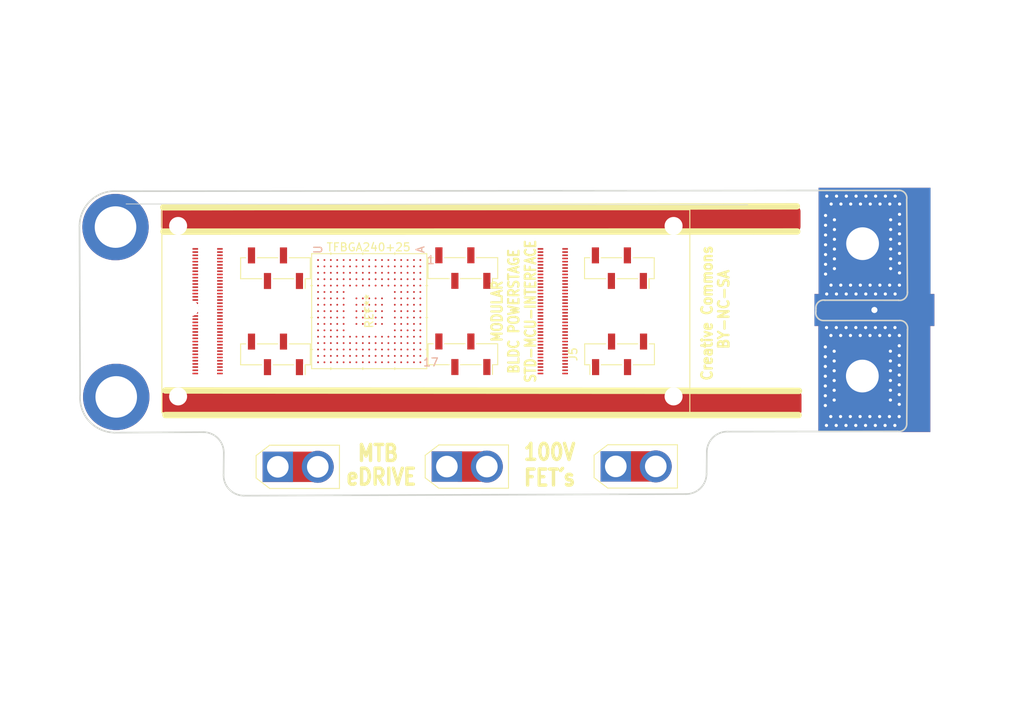
<source format=kicad_pcb>
(kicad_pcb (version 20211014) (generator pcbnew)
  (layers (0 "F.Cu" signal) (31 "B.Cu" signal) (34 "B.Paste" user) (35 "F.Paste" user) (36 "B.SilkS" user "B.Silkscreen") (37 "F.SilkS" user "F.Silkscreen") (38 "B.Mask" user) (39 "F.Mask" user) (44 "Edge.Cuts" user))
  (net 0 "")
  (net 1 "RES_GATE")
  (net 2 "V")
  (net 3 "HB1_LO")
  (net 4 "HB1_HO")
  (net 5 "VIN")
  (net 6 "GND")
  (net 7 "HB2_LO")
  (net 8 "HB2_HO")
  (net 9 "W")
  (net 10 "3.3v")
  (net 11 "GND2")
  (net 12 "ANA_OUT1")
  (net 13 "ANA_OUT2")
  (net 14 "VOLTAGE_DIV")
  (net 15 "NTC2")
  (net 16 "NTC3")
  (net 17 "U")
  (net 18 "HB3_HO")
  (net 19 "HB3_LO")
  (footprint "" (layer "F.Cu") (at 191.19 78.59 90)
    (fp_text reference "" (at 0 0 90) (layer "F.SilkS") (effects (font (size 1.27 1.27))))
    (fp_text value "" (at 0 0 90) (layer "F.SilkS") (effects (font (size 1.27 1.27))))
    (fp_text user "${REFERENCE}" (at -16.451428 -0.03 90) (layer "F.SilkS") (effects (font (size 1.27 1.27))))
    (fp_text user "${VALUE}" (at -16.451428 -0.03 90) (layer "F.SilkS") (effects (font (size 1.27 1.27))))
    (pad "1" thru_hole rect (at 0 0) (size 14 14) (drill 4.1 (offset 1.5 0)) (layers *.Cu *.Mask) (net 5 "VIN"))
  )
  (footprint "" (layer "F.Cu") (at 157.005002 98.09)
    (fp_text reference "" (at 0 0) (layer "F.SilkS") (effects (font (size 1.27 1.27))))
    (fp_text value "" (at 0 0) (layer "F.SilkS") (effects (font (size 1.27 1.27))))
  )
  (footprint "Connector_AMASS:AMASS_XT30U-F_1x02_P5.0mm_Vertical" (layer "F.Cu") (at 139.190102 106.4916)
    (fp_text reference "REF**" hide)
    (fp_text value "e" hide)
    (pad "1" smd rect (at 3.26 0) (size 3.8 3.8) (layers "F.Cu" "F.Paste" "F.Mask"))
    (pad "1" thru_hole rect (at 0 0) (size 3.8 3.8) (drill 2.7) (layers *.Cu *.Mask))
    (pad "2" thru_hole circle (at 5 0) (size 4 4) (drill 2.7) (layers *.Cu *.Mask))
  )
  (footprint "STM32H745XGH6:STM32H745XGH6" (layer "F.Cu") (at 129.475 87.035217 -90)
    (fp_text reference "REF**" (at 0 0 90) (layer "F.SilkS"))
    (fp_text value "TFBGA240+25" (at -8.005217 0.075 180) (layer "F.SilkS"))
    (fp_text user "A" (at -7.7089 -6.399999 90) (layer "B.SilkS"))
    (fp_text user "U" (at -7.7089 6.399999 90) (layer "B.SilkS"))
    (fp_text user "1" (at -6.399999 -7.7089) (layer "B.SilkS"))
    (fp_text user "17" (at 6.399999 -7.7089) (layer "B.SilkS"))
    (fp_text user "17" (at 6.399999 -7.7089) (layer "F.SilkS"))
    (fp_text user "*" (at 0 0 90) (layer "F.SilkS"))
    (fp_text user "A" (at -7.7089 -6.399999 90) (layer "F.SilkS"))
    (fp_text user "U" (at -7.7089 6.399999 90) (layer "F.SilkS"))
    (fp_text user "1" (at -6.399999 -7.7089) (layer "F.SilkS"))
    (pad "A1" smd circle locked (at -6.399999 -6.399999 270) (size 0.2286 0.2286) (layers "F.Cu" "F.Paste" "F.Mask"))
    (pad "A2" smd circle locked (at -5.599999 -6.399999 270) (size 0.2286 0.2286) (layers "F.Cu" "F.Paste" "F.Mask"))
    (pad "A3" smd circle locked (at -4.8 -6.399999 270) (size 0.2286 0.2286) (layers "F.Cu" "F.Paste" "F.Mask"))
    (pad "A4" smd circle locked (at -4 -6.399999 270) (size 0.2286 0.2286) (layers "F.Cu" "F.Paste" "F.Mask"))
    (pad "A5" smd circle locked (at -3.2 -6.399999 270) (size 0.2286 0.2286) (layers "F.Cu" "F.Paste" "F.Mask"))
    (pad "A6" smd circle locked (at -2.4 -6.399999 270) (size 0.2286 0.2286) (layers "F.Cu" "F.Paste" "F.Mask"))
    (pad "A7" smd circle locked (at -1.6 -6.399999 270) (size 0.2286 0.2286) (layers "F.Cu" "F.Paste" "F.Mask"))
    (pad "A8" smd circle locked (at -0.8 -6.399999 270) (size 0.2286 0.2286) (layers "F.Cu" "F.Paste" "F.Mask"))
    (pad "A9" smd circle locked (at 0 -6.399999 270) (size 0.2286 0.2286) (layers "F.Cu" "F.Paste" "F.Mask"))
    (pad "A10" smd circle locked (at 0.8 -6.399999 270) (size 0.2286 0.2286) (layers "F.Cu" "F.Paste" "F.Mask"))
    (pad "A11" smd circle locked (at 1.6 -6.399999 270) (size 0.2286 0.2286) (layers "F.Cu" "F.Paste" "F.Mask"))
    (pad "A12" smd circle locked (at 2.4 -6.399999 270) (size 0.2286 0.2286) (layers "F.Cu" "F.Paste" "F.Mask"))
    (pad "A13" smd circle locked (at 3.2 -6.399999 270) (size 0.2286 0.2286) (layers "F.Cu" "F.Paste" "F.Mask"))
    (pad "A14" smd circle locked (at 3.999999 -6.399999 270) (size 0.2286 0.2286) (layers "F.Cu" "F.Paste" "F.Mask"))
    (pad "A15" smd circle locked (at 4.799999 -6.399999 270) (size 0.2286 0.2286) (layers "F.Cu" "F.Paste" "F.Mask"))
    (pad "A16" smd circle locked (at 5.599999 -6.399999 270) (size 0.2286 0.2286) (layers "F.Cu" "F.Paste" "F.Mask"))
    (pad "A17" smd circle locked (at 6.399999 -6.399999 270) (size 0.2286 0.2286) (layers "F.Cu" "F.Paste" "F.Mask"))
    (pad "B1" smd circle locked (at -6.399999 -5.599999 270) (size 0.2286 0.2286) (layers "F.Cu" "F.Paste" "F.Mask"))
    (pad "B2" smd circle locked (at -5.599999 -5.599999 270) (size 0.2286 0.2286) (layers "F.Cu" "F.Paste" "F.Mask"))
    (pad "B3" smd circle locked (at -4.8 -5.599999 270) (size 0.2286 0.2286) (layers "F.Cu" "F.Paste" "F.Mask"))
    (pad "B4" smd circle locked (at -4 -5.599999 270) (size 0.2286 0.2286) (layers "F.Cu" "F.Paste" "F.Mask"))
    (pad "B5" smd circle locked (at -3.2 -5.599999 270) (size 0.2286 0.2286) (layers "F.Cu" "F.Paste" "F.Mask"))
    (pad "B6" smd circle locked (at -2.4 -5.599999 270) (size 0.2286 0.2286) (layers "F.Cu" "F.Paste" "F.Mask"))
    (pad "B7" smd circle locked (at -1.6 -5.599999 270) (size 0.2286 0.2286) (layers "F.Cu" "F.Paste" "F.Mask"))
    (pad "B8" smd circle locked (at -0.8 -5.599999 270) (size 0.2286 0.2286) (layers "F.Cu" "F.Paste" "F.Mask"))
    (pad "B9" smd circle locked (at 0 -5.599999 270) (size 0.2286 0.2286) (layers "F.Cu" "F.Paste" "F.Mask"))
    (pad "B10" smd circle locked (at 0.8 -5.599999 270) (size 0.2286 0.2286) (layers "F.Cu" "F.Paste" "F.Mask"))
    (pad "B11" smd circle locked (at 1.6 -5.599999 270) (size 0.2286 0.2286) (layers "F.Cu" "F.Paste" "F.Mask"))
    (pad "B12" smd circle locked (at 2.4 -5.599999 270) (size 0.2286 0.2286) (layers "F.Cu" "F.Paste" "F.Mask"))
    (pad "B13" smd circle locked (at 3.2 -5.599999 270) (size 0.2286 0.2286) (layers "F.Cu" "F.Paste" "F.Mask"))
    (pad "B14" smd circle locked (at 3.999999 -5.599999 270) (size 0.2286 0.2286) (layers "F.Cu" "F.Paste" "F.Mask"))
    (pad "B15" smd circle locked (at 4.799999 -5.599999 270) (size 0.2286 0.2286) (layers "F.Cu" "F.Paste" "F.Mask"))
    (pad "B16" smd circle locked (at 5.599999 -5.599999 270) (size 0.2286 0.2286) (layers "F.Cu" "F.Paste" "F.Mask"))
    (pad "B17" smd circle locked (at 6.399999 -5.599999 270) (size 0.2286 0.2286) (layers "F.Cu" "F.Paste" "F.Mask"))
    (pad "C1" smd circle locked (at -6.399999 -4.8 270) (size 0.2286 0.2286) (layers "F.Cu" "F.Paste" "F.Mask"))
    (pad "C2" smd circle locked (at -5.599999 -4.8 270) (size 0.2286 0.2286) (layers "F.Cu" "F.Paste" "F.Mask"))
    (pad "C3" smd circle locked (at -4.8 -4.8 270) (size 0.2286 0.2286) (layers "F.Cu" "F.Paste" "F.Mask"))
    (pad "C4" smd circle locked (at -4 -4.8 270) (size 0.2286 0.2286) (layers "F.Cu" "F.Paste" "F.Mask"))
    (pad "C5" smd circle locked (at -3.2 -4.8 270) (size 0.2286 0.2286) (layers "F.Cu" "F.Paste" "F.Mask"))
    (pad "C6" smd circle locked (at -2.4 -4.8 270) (size 0.2286 0.2286) (layers "F.Cu" "F.Paste" "F.Mask"))
    (pad "C7" smd circle locked (at -1.6 -4.8 270) (size 0.2286 0.2286) (layers "F.Cu" "F.Paste" "F.Mask"))
    (pad "C8" smd circle locked (at -0.8 -4.8 270) (size 0.2286 0.2286) (layers "F.Cu" "F.Paste" "F.Mask"))
    (pad "C9" smd circle locked (at 0 -4.8 270) (size 0.2286 0.2286) (layers "F.Cu" "F.Paste" "F.Mask"))
    (pad "C10" smd circle locked (at 0.8 -4.8 270) (size 0.2286 0.2286) (layers "F.Cu" "F.Paste" "F.Mask"))
    (pad "C11" smd circle locked (at 1.6 -4.8 270) (size 0.2286 0.2286) (layers "F.Cu" "F.Paste" "F.Mask"))
    (pad "C12" smd circle locked (at 2.4 -4.8 270) (size 0.2286 0.2286) (layers "F.Cu" "F.Paste" "F.Mask"))
    (pad "C13" smd circle locked (at 3.2 -4.8 270) (size 0.2286 0.2286) (layers "F.Cu" "F.Paste" "F.Mask"))
    (pad "C14" smd circle locked (at 3.999999 -4.8 270) (size 0.2286 0.2286) (layers "F.Cu" "F.Paste" "F.Mask"))
    (pad "C15" smd circle locked (at 4.799999 -4.8 270) (size 0.2286 0.2286) (layers "F.Cu" "F.Paste" "F.Mask"))
    (pad "C16" smd circle locked (at 5.599999 -4.8 270) (size 0.2286 0.2286) (layers "F.Cu" "F.Paste" "F.Mask"))
    (pad "C17" smd circle locked (at 6.399999 -4.8 270) (size 0.2286 0.2286) (layers "F.Cu" "F.Paste" "F.Mask"))
    (pad "D1" smd circle locked (at -6.399999 -4 270) (size 0.2286 0.2286) (layers "F.Cu" "F.Paste" "F.Mask"))
    (pad "D2" smd circle locked (at -5.599999 -4 270) (size 0.2286 0.2286) (layers "F.Cu" "F.Paste" "F.Mask"))
    (pad "D3" smd circle locked (at -4.8 -4 270) (size 0.2286 0.2286) (layers "F.Cu" "F.Paste" "F.Mask"))
    (pad "D4" smd circle locked (at -4 -4 270) (size 0.2286 0.2286) (layers "F.Cu" "F.Paste" "F.Mask"))
    (pad "D5" smd circle locked (at -3.2 -4 270) (size 0.2286 0.2286) (layers "F.Cu" "F.Paste" "F.Mask"))
    (pad "D6" smd circle locked (at -2.4 -4 270) (size 0.2286 0.2286) (layers "F.Cu" "F.Paste" "F.Mask"))
    (pad "D7" smd circle locked (at -1.6 -4 270) (size 0.2286 0.2286) (layers "F.Cu" "F.Paste" "F.Mask"))
    (pad "D8" smd circle locked (at -0.8 -4 270) (size 0.2286 0.2286) (layers "F.Cu" "F.Paste" "F.Mask"))
    (pad "D9" smd circle locked (at 0 -4 270) (size 0.2286 0.2286) (layers "F.Cu" "F.Paste" "F.Mask"))
    (pad "D10" smd circle locked (at 0.8 -4 270) (size 0.2286 0.2286) (layers "F.Cu" "F.Paste" "F.Mask"))
    (pad "D11" smd circle locked (at 1.6 -4 270) (size 0.2286 0.2286) (layers "F.Cu" "F.Paste" "F.Mask"))
    (pad "D12" smd circle locked (at 2.4 -4 270) (size 0.2286 0.2286) (layers "F.Cu" "F.Paste" "F.Mask"))
    (pad "D13" smd circle locked (at 3.2 -4 270) (size 0.2286 0.2286) (layers "F.Cu" "F.Paste" "F.Mask"))
    (pad "D14" smd circle locked (at 3.999999 -4 270) (size 0.2286 0.2286) (layers "F.Cu" "F.Paste" "F.Mask"))
    (pad "D15" smd circle locked (at 4.799999 -4 270) (size 0.2286 0.2286) (layers "F.Cu" "F.Paste" "F.Mask"))
    (pad "D16" smd circle locked (at 5.599999 -4 270) (size 0.2286 0.2286) (layers "F.Cu" "F.Paste" "F.Mask"))
    (pad "D17" smd circle locked (at 6.399999 -4 270) (size 0.2286 0.2286) (layers "F.Cu" "F.Paste" "F.Mask"))
    (pad "E1" smd circle locked (at -6.399999 -3.2 270) (size 0.2286 0.2286) (layers "F.Cu" "F.Paste" "F.Mask"))
    (pad "E2" smd circle locked (at -5.599999 -3.2 270) (size 0.2286 0.2286) (layers "F.Cu" "F.Paste" "F.Mask"))
    (pad "E3" smd circle locked (at -4.8 -3.2 270) (size 0.2286 0.2286) (layers "F.Cu" "F.Paste" "F.Mask"))
    (pad "E4" smd circle locked (at -4 -3.2 270) (size 0.2286 0.2286) (layers "F.Cu" "F.Paste" "F.Mask"))
    (pad "E5" smd circle locked (at -3.2 -3.2 270) (size 0.2286 0.2286) (layers "F.Cu" "F.Paste" "F.Mask"))
    (pad "E6" smd circle locked (at -2.4 -3.2 270) (size 0.2286 0.2286) (layers "F.Cu" "F.Paste" "F.Mask"))
    (pad "E7" smd circle locked (at -1.6 -3.2 270) (size 0.2286 0.2286) (layers "F.Cu" "F.Paste" "F.Mask"))
    (pad "E8" smd circle locked (at -0.8 -3.2 270) (size 0.2286 0.2286) (layers "F.Cu" "F.Paste" "F.Mask"))
    (pad "E9" smd circle locked (at 0 -3.2 270) (size 0.2286 0.2286) (layers "F.Cu" "F.Paste" "F.Mask"))
    (pad "E10" smd circle locked (at 0.8 -3.2 270) (size 0.2286 0.2286) (layers "F.Cu" "F.Paste" "F.Mask"))
    (pad "E11" smd circle locked (at 1.6 -3.2 270) (size 0.2286 0.2286) (layers "F.Cu" "F.Paste" "F.Mask"))
    (pad "E12" smd circle locked (at 2.4 -3.2 270) (size 0.2286 0.2286) (layers "F.Cu" "F.Paste" "F.Mask"))
    (pad "E13" smd circle locked (at 3.2 -3.2 270) (size 0.2286 0.2286) (layers "F.Cu" "F.Paste" "F.Mask"))
    (pad "E14" smd circle locked (at 3.999999 -3.2 270) (size 0.2286 0.2286) (layers "F.Cu" "F.Paste" "F.Mask"))
    (pad "E15" smd circle locked (at 4.799999 -3.2 270) (size 0.2286 0.2286) (layers "F.Cu" "F.Paste" "F.Mask"))
    (pad "E16" smd circle locked (at 5.599999 -3.2 270) (size 0.2286 0.2286) (layers "F.Cu" "F.Paste" "F.Mask"))
    (pad "E17" smd circle locked (at 6.399999 -3.2 270) (size 0.2286 0.2286) (layers "F.Cu" "F.Paste" "F.Mask"))
    (pad "F1" smd circle locked (at -6.399999 -2.4 270) (size 0.2286 0.2286) (layers "F.Cu" "F.Paste" "F.Mask"))
    (pad "F2" smd circle locked (at -5.599999 -2.4 270) (size 0.2286 0.2286) (layers "F.Cu" "F.Paste" "F.Mask"))
    (pad "F3" smd circle locked (at -4.8 -2.4 270) (size 0.2286 0.2286) (layers "F.Cu" "F.Paste" "F.Mask"))
    (pad "F4" smd circle locked (at -4 -2.4 270) (size 0.2286 0.2286) (layers "F.Cu" "F.Paste" "F.Mask"))
    (pad "F5" smd circle locked (at -3.2 -2.4 270) (size 0.2286 0.2286) (layers "F.Cu" "F.Paste" "F.Mask"))
    (pad "F13" smd circle locked (at 3.2 -2.4 270) (size 0.2286 0.2286) (layers "F.Cu" "F.Paste" "F.Mask"))
    (pad "F14" smd circle locked (at 3.999999 -2.4 270) (size 0.2286 0.2286) (layers "F.Cu" "F.Paste" "F.Mask"))
    (pad "F15" smd circle locked (at 4.799999 -2.4 270) (size 0.2286 0.2286) (layers "F.Cu" "F.Paste" "F.Mask"))
    (pad "F16" smd circle locked (at 5.599999 -2.4 270) (size 0.2286 0.2286) (layers "F.Cu" "F.Paste" "F.Mask"))
    (pad "F17" smd circle locked (at 6.399999 -2.4 270) (size 0.2286 0.2286) (layers "F.Cu" "F.Paste" "F.Mask"))
    (pad "G1" smd circle locked (at -6.399999 -1.6 270) (size 0.2286 0.2286) (layers "F.Cu" "F.Paste" "F.Mask"))
    (pad "G2" smd circle locked (at -5.599999 -1.6 270) (size 0.2286 0.2286) (layers "F.Cu" "F.Paste" "F.Mask"))
    (pad "G3" smd circle locked (at -4.8 -1.6 270) (size 0.2286 0.2286) (layers "F.Cu" "F.Paste" "F.Mask"))
    (pad "G4" smd circle locked (at -4 -1.6 270) (size 0.2286 0.2286) (layers "F.Cu" "F.Paste" "F.Mask"))
    (pad "G5" smd circle locked (at -3.2 -1.6 270) (size 0.2286 0.2286) (layers "F.Cu" "F.Paste" "F.Mask"))
    (pad "G7" smd circle locked (at -1.6 -1.6 270) (size 0.2286 0.2286) (layers "F.Cu" "F.Paste" "F.Mask"))
    (pad "G8" smd circle locked (at -0.8 -1.6 270) (size 0.2286 0.2286) (layers "F.Cu" "F.Paste" "F.Mask"))
    (pad "G9" smd circle locked (at 0 -1.6 270) (size 0.2286 0.2286) (layers "F.Cu" "F.Paste" "F.Mask"))
    (pad "G10" smd circle locked (at 0.8 -1.6 270) (size 0.2286 0.2286) (layers "F.Cu" "F.Paste" "F.Mask"))
    (pad "G11" smd circle locked (at 1.6 -1.6 270) (size 0.2286 0.2286) (layers "F.Cu" "F.Paste" "F.Mask"))
    (pad "G13" smd circle locked (at 3.2 -1.6 270) (size 0.2286 0.2286) (layers "F.Cu" "F.Paste" "F.Mask"))
    (pad "G14" smd circle locked (at 3.999999 -1.6 270) (size 0.2286 0.2286) (layers "F.Cu" "F.Paste" "F.Mask"))
    (pad "G15" smd circle locked (at 4.799999 -1.6 270) (size 0.2286 0.2286) (layers "F.Cu" "F.Paste" "F.Mask"))
    (pad "G16" smd circle locked (at 5.599999 -1.6 270) (size 0.2286 0.2286) (layers "F.Cu" "F.Paste" "F.Mask"))
    (pad "G17" smd circle locked (at 6.399999 -1.6 270) (size 0.2286 0.2286) (layers "F.Cu" "F.Paste" "F.Mask"))
    (pad "H1" smd circle locked (at -6.399999 -0.8 270) (size 0.2286 0.2286) (layers "F.Cu" "F.Paste" "F.Mask"))
    (pad "H2" smd circle locked (at -5.599999 -0.8 270) (size 0.2286 0.2286) (layers "F.Cu" "F.Paste" "F.Mask"))
    (pad "H3" smd circle locked (at -4.8 -0.8 270) (size 0.2286 0.2286) (layers "F.Cu" "F.Paste" "F.Mask"))
    (pad "H4" smd circle locked (at -4 -0.8 270) (size 0.2286 0.2286) (layers "F.Cu" "F.Paste" "F.Mask"))
    (pad "H5" smd circle locked (at -3.2 -0.8 270) (size 0.2286 0.2286) (layers "F.Cu" "F.Paste" "F.Mask"))
    (pad "H7" smd circle locked (at -1.6 -0.8 270) (size 0.2286 0.2286) (layers "F.Cu" "F.Paste" "F.Mask"))
    (pad "H8" smd circle locked (at -0.8 -0.8 270) (size 0.2286 0.2286) (layers "F.Cu" "F.Paste" "F.Mask"))
    (pad "H9" smd circle locked (at 0 -0.8 270) (size 0.2286 0.2286) (layers "F.Cu" "F.Paste" "F.Mask"))
    (pad "H10" smd circle locked (at 0.8 -0.8 270) (size 0.2286 0.2286) (layers "F.Cu" "F.Paste" "F.Mask"))
    (pad "H11" smd circle locked (at 1.6 -0.8 270) (size 0.2286 0.2286) (layers "F.Cu" "F.Paste" "F.Mask"))
    (pad "H13" smd circle locked (at 3.2 -0.8 270) (size 0.2286 0.2286) (layers "F.Cu" "F.Paste" "F.Mask"))
    (pad "H14" smd circle locked (at 3.999999 -0.8 270) (size 0.2286 0.2286) (layers "F.Cu" "F.Paste" "F.Mask"))
    (pad "H15" smd circle locked (at 4.799999 -0.8 270) (size 0.2286 0.2286) (layers "F.Cu" "F.Paste" "F.Mask"))
    (pad "H16" smd circle locked (at 5.599999 -0.8 270) (size 0.2286 0.2286) (layers "F.Cu" "F.Paste" "F.Mask"))
    (pad "H17" smd circle locked (at 6.399999 -0.8 270) (size 0.2286 0.2286) (layers "F.Cu" "F.Paste" "F.Mask"))
    (pad "J1" smd circle locked (at -6.399999 0 270) (size 0.2286 0.2286) (layers "F.Cu" "F.Paste" "F.Mask"))
    (pad "J2" smd circle locked (at -5.599999 0 270) (size 0.2286 0.2286) (layers "F.Cu" "F.Paste" "F.Mask"))
    (pad "J3" smd circle locked (at -4.8 0 270) (size 0.2286 0.2286) (layers "F.Cu" "F.Paste" "F.Mask"))
    (pad "J4" smd circle locked (at -4 0 270) (size 0.2286 0.2286) (layers "F.Cu" "F.Paste" "F.Mask"))
    (pad "J5" smd circle locked (at -3.2 0 270) (size 0.2286 0.2286) (layers "F.Cu" "F.Paste" "F.Mask"))
    (pad "J7" smd circle locked (at -1.6 0 270) (size 0.2286 0.2286) (layers "F.Cu" "F.Paste" "F.Mask"))
    (pad "J8" smd circle locked (at -0.8 0 270) (size 0.2286 0.2286) (layers "F.Cu" "F.Paste" "F.Mask"))
    (pad "J9" smd circle locked (at 0 0 270) (size 0.2286 0.2286) (layers "F.Cu" "F.Paste" "F.Mask"))
    (pad "J10" smd circle locked (at 0.8 0 270) (size 0.2286 0.2286) (layers "F.Cu" "F.Paste" "F.Mask"))
    (pad "J11" smd circle locked (at 1.6 0 270) (size 0.2286 0.2286) (layers "F.Cu" "F.Paste" "F.Mask"))
    (pad "J13" smd circle locked (at 3.2 0 270) (size 0.2286 0.2286) (layers "F.Cu" "F.Paste" "F.Mask"))
    (pad "J14" smd circle locked (at 3.999999 0 270) (size 0.2286 0.2286) (layers "F.Cu" "F.Paste" "F.Mask"))
    (pad "J15" smd circle locked (at 4.799999 0 270) (size 0.2286 0.2286) (layers "F.Cu" "F.Paste" "F.Mask"))
    (pad "J16" smd circle locked (at 5.599999 0 270) (size 0.2286 0.2286) (layers "F.Cu" "F.Paste" "F.Mask"))
    (pad "J17" smd circle locked (at 6.399999 0 270) (size 0.2286 0.2286) (layers "F.Cu" "F.Paste" "F.Mask"))
    (pad "K1" smd circle locked (at -6.399999 0.8 270) (size 0.2286 0.2286) (layers "F.Cu" "F.Paste" "F.Mask"))
    (pad "K2" smd circle locked (at -5.599999 0.8 270) (size 0.2286 0.2286) (layers "F.Cu" "F.Paste" "F.Mask"))
    (pad "K3" smd circle locked (at -4.8 0.8 270) (size 0.2286 0.2286) (layers "F.Cu" "F.Paste" "F.Mask"))
    (pad "K4" smd circle locked (at -4 0.8 270) (size 0.2286 0.2286) (layers "F.Cu" "F.Paste" "F.Mask"))
    (pad "K5" smd circle locked (at -3.2 0.8 270) (size 0.2286 0.2286) (layers "F.Cu" "F.Paste" "F.Mask"))
    (pad "K7" smd circle locked (at -1.6 0.8 270) (size 0.2286 0.2286) (layers "F.Cu" "F.Paste" "F.Mask"))
    (pad "K8" smd circle locked (at -0.8 0.8 270) (size 0.2286 0.2286) (layers "F.Cu" "F.Paste" "F.Mask"))
    (pad "K9" smd circle locked (at 0 0.8 270) (size 0.2286 0.2286) (layers "F.Cu" "F.Paste" "F.Mask"))
    (pad "K10" smd circle locked (at 0.8 0.8 270) (size 0.2286 0.2286) (layers "F.Cu" "F.Paste" "F.Mask"))
    (pad "K11" smd circle locked (at 1.6 0.8 270) (size 0.2286 0.2286) (layers "F.Cu" "F.Paste" "F.Mask"))
    (pad "K13" smd circle locked (at 3.2 0.8 270) (size 0.2286 0.2286) (layers "F.Cu" "F.Paste" "F.Mask"))
    (pad "K14" smd circle locked (at 3.999999 0.8 270) (size 0.2286 0.2286) (layers "F.Cu" "F.Paste" "F.Mask"))
    (pad "K15" smd circle locked (at 4.799999 0.8 270) (size 0.2286 0.2286) (layers "F.Cu" "F.Paste" "F.Mask"))
    (pad "K16" smd circle locked (at 5.599999 0.8 270) (size 0.2286 0.2286) (layers "F.Cu" "F.Paste" "F.Mask"))
    (pad "K17" smd circle locked (at 6.399999 0.8 270) (size 0.2286 0.2286) (layers "F.Cu" "F.Paste" "F.Mask"))
    (pad "L1" smd circle locked (at -6.399999 1.6 270) (size 0.2286 0.2286) (layers "F.Cu" "F.Paste" "F.Mask"))
    (pad "L2" smd circle locked (at -5.599999 1.6 270) (size 0.2286 0.2286) (layers "F.Cu" "F.Paste" "F.Mask"))
    (pad "L3" smd circle locked (at -4.8 1.6 270) (size 0.2286 0.2286) (layers "F.Cu" "F.Paste" "F.Mask"))
    (pad "L4" smd circle locked (at -4 1.6 270) (size 0.2286 0.2286) (layers "F.Cu" "F.Paste" "F.Mask"))
    (pad "L5" smd circle locked (at -3.2 1.6 270) (size 0.2286 0.2286) (layers "F.Cu" "F.Paste" "F.Mask"))
    (pad "L7" smd circle locked (at -1.6 1.6 270) (size 0.2286 0.2286) (layers "F.Cu" "F.Paste" "F.Mask"))
    (pad "L8" smd circle locked (at -0.8 1.6 270) (size 0.2286 0.2286) (layers "F.Cu" "F.Paste" "F.Mask"))
    (pad "L9" smd circle locked (at 0 1.6 270) (size 0.2286 0.2286) (layers "F.Cu" "F.Paste" "F.Mask"))
    (pad "L10" smd circle locked (at 0.8 1.6 270) (size 0.2286 0.2286) (layers "F.Cu" "F.Paste" "F.Mask"))
    (pad "L11" smd circle locked (at 1.6 1.6 270) (size 0.2286 0.2286) (layers "F.Cu" "F.Paste" "F.Mask"))
    (pad "L13" smd circle locked (at 3.2 1.6 270) (size 0.2286 0.2286) (layers "F.Cu" "F.Paste" "F.Mask"))
    (pad "L14" smd circle locked (at 3.999999 1.6 270) (size 0.2286 0.2286) (layers "F.Cu" "F.Paste" "F.Mask"))
    (pad "L15" smd circle locked (at 4.799999 1.6 270) (size 0.2286 0.2286) (layers "F.Cu" "F.Paste" "F.Mask"))
    (pad "L16" smd circle locked (at 5.599999 1.6 270) (size 0.2286 0.2286) (layers "F.Cu" "F.Paste" "F.Mask"))
    (pad "L17" smd circle locked (at 6.399999 1.6 270) (size 0.2286 0.2286) (layers "F.Cu" "F.Paste" "F.Mask"))
    (pad "M1" smd circle locked (at -6.399999 2.4 270) (size 0.2286 0.2286) (layers "F.Cu" "F.Paste" "F.Mask"))
    (pad "M2" smd circle locked (at -5.599999 2.4 270) (size 0.2286 0.2286) (layers "F.Cu" "F.Paste" "F.Mask"))
    (pad "M3" smd circle locked (at -4.8 2.4 270) (size 0.2286 0.2286) (layers "F.Cu" "F.Paste" "F.Mask"))
    (pad "M4" smd circle locked (at -4 2.4 270) (size 0.2286 0.2286) (layers "F.Cu" "F.Paste" "F.Mask"))
    (pad "M5" smd circle locked (at -3.2 2.4 270) (size 0.2286 0.2286) (layers "F.Cu" "F.Paste" "F.Mask"))
    (pad "M13" smd circle locked (at 3.2 2.4 270) (size 0.2286 0.2286) (layers "F.Cu" "F.Paste" "F.Mask"))
    (pad "M14" smd circle locked (at 3.999999 2.4 270) (size 0.2286 0.2286) (layers "F.Cu" "F.Paste" "F.Mask"))
    (pad "M15" smd circle locked (at 4.799999 2.4 270) (size 0.2286 0.2286) (layers "F.Cu" "F.Paste" "F.Mask"))
    (pad "M16" smd circle locked (at 5.599999 2.4 270) (size 0.2286 0.2286) (layers "F.Cu" "F.Paste" "F.Mask"))
    (pad "M17" smd circle locked (at 6.399999 2.4 270) (size 0.2286 0.2286) (layers "F.Cu" "F.Paste" "F.Mask"))
    (pad "N1" smd circle locked (at -6.399999 3.2 270) (size 0.2286 0.2286) (layers "F.Cu" "F.Paste" "F.Mask"))
    (pad "N2" smd circle locked (at -5.599999 3.2 270) (size 0.2286 0.2286) (layers "F.Cu" "F.Paste" "F.Mask"))
    (pad "N3" smd circle locked (at -4.8 3.2 270) (size 0.2286 0.2286) (layers "F.Cu" "F.Paste" "F.Mask"))
    (pad "N4" smd circle locked (at -4 3.2 270) (size 0.2286 0.2286) (layers "F.Cu" "F.Paste" "F.Mask"))
    (pad "N5" smd circle locked (at -3.2 3.2 270) (size 0.2286 0.2286) (layers "F.Cu" "F.Paste" "F.Mask"))
    (pad "N6" smd circle locked (at -2.4 3.2 270) (size 0.2286 0.2286) (layers "F.Cu" "F.Paste" "F.Mask"))
    (pad "N7" smd circle locked (at -1.6 3.2 270) (size 0.2286 0.2286) (layers "F.Cu" "F.Paste" "F.Mask"))
    (pad "N8" smd circle locked (at -0.8 3.2 270) (size 0.2286 0.2286) (layers "F.Cu" "F.Paste" "F.Mask"))
    (pad "N9" smd circle locked (at 0 3.2 270) (size 0.2286 0.2286) (layers "F.Cu" "F.Paste" "F.Mask"))
    (pad "N10" smd circle locked (at 0.8 3.2 270) (size 0.2286 0.2286) (layers "F.Cu" "F.Paste" "F.Mask"))
    (pad "N11" smd circle locked (at 1.6 3.2 270) (size 0.2286 0.2286) (layers "F.Cu" "F.Paste" "F.Mask"))
    (pad "N12" smd circle locked (at 2.4 3.2 270) (size 0.2286 0.2286) (layers "F.Cu" "F.Paste" "F.Mask"))
    (pad "N13" smd circle locked (at 3.2 3.2 270) (size 0.2286 0.2286) (layers "F.Cu" "F.Paste" "F.Mask"))
    (pad "N14" smd circle locked (at 3.999999 3.2 270) (size 0.2286 0.2286) (layers "F.Cu" "F.Paste" "F.Mask"))
    (pad "N15" smd circle locked (at 4.799999 3.2 270) (size 0.2286 0.2286) (layers "F.Cu" "F.Paste" "F.Mask"))
    (pad "N16" smd circle locked (at 5.599999 3.2 270) (size 0.2286 0.2286) (layers "F.Cu" "F.Paste" "F.Mask"))
    (pad "N17" smd circle locked (at 6.399999 3.2 270) (size 0.2286 0.2286) (layers "F.Cu" "F.Paste" "F.Mask"))
    (pad "P1" smd circle locked (at -6.399999 3.999999 270) (size 0.2286 0.2286) (layers "F.Cu" "F.Paste" "F.Mask"))
    (pad "P2" smd circle locked (at -5.599999 3.999999 270) (size 0.2286 0.2286) (layers "F.Cu" "F.Paste" "F.Mask"))
    (pad "P3" smd circle locked (at -4.8 3.999999 270) (size 0.2286 0.2286) (layers "F.Cu" "F.Paste" "F.Mask"))
    (pad "P4" smd circle locked (at -4 3.999999 270) (size 0.2286 0.2286) (layers "F.Cu" "F.Paste" "F.Mask"))
    (pad "P5" smd circle locked (at -3.2 3.999999 270) (size 0.2286 0.2286) (layers "F.Cu" "F.Paste" "F.Mask"))
    (pad "P6" smd circle locked (at -2.4 3.999999 270) (size 0.2286 0.2286) (layers "F.Cu" "F.Paste" "F.Mask"))
    (pad "P7" smd circle locked (at -1.6 3.999999 270) (size 0.2286 0.2286) (layers "F.Cu" "F.Paste" "F.Mask"))
    (pad "P8" smd circle locked (at -0.8 3.999999 270) (size 0.2286 0.2286) (layers "F.Cu" "F.Paste" "F.Mask"))
    (pad "P9" smd circle locked (at 0 3.999999 270) (size 0.2286 0.2286) (layers "F.Cu" "F.Paste" "F.Mask"))
    (pad "P10" smd circle locked (at 0.8 3.999999 270) (size 0.2286 0.2286) (layers "F.Cu" "F.Paste" "F.Mask"))
    (pad "P11" smd circle locked (at 1.6 3.999999 270) (size 0.2286 0.2286) (layers "F.Cu" "F.Paste" "F.Mask"))
    (pad "P12" smd circle locked (at 2.4 3.999999 270) (size 0.2286 0.2286) (layers "F.Cu" "F.Paste" "F.Mask"))
    (pad "P13" smd circle locked (at 3.2 3.999999 270) (size 0.2286 0.2286) (layers "F.Cu" "F.Paste" "F.Mask"))
    (pad "P14" smd circle locked (at 3.999999 3.999999 270) (size 0.2286 0.2286) (layers "F.Cu" "F.Paste" "F.Mask"))
    (pad "P15" smd circle locked (at 4.799999 3.999999 270) (size 0.2286 0.2286) (layers "F.Cu" "F.Paste" "F.Mask"))
    (pad "P16" smd circle locked (at 5.599999 3.999999 270) (size 0.2286 0.2286) (layers "F.Cu" "F.Paste" "F.Mask"))
    (pad "P17" smd circle locked (at 6.399999 3.999999 270) (size 0.2286 0.2286) (layers "F.Cu" "F.Paste" "F.Mask"))
    (pad "R1" smd circle locked (at -6.399999 4.799999 270) (size 0.2286 0.2286) (layers "F.Cu" "F.Paste" "F.Mask"))
    (pad "R2" smd circle locked (at -5.599999 4.799999 270) (size 0.2286 0.2286) (layers "F.Cu" "F.Paste" "F.Mask"))
    (pad "R3" smd circle locked (at -4.8 4.799999 270) (size 0.2286 0.2286) (layers "F.Cu" "F.Paste" "F.Mask"))
    (pad "R4" smd circle locked (at -4 4.799999 270) (size 0.2286 0.2286) (layers "F.Cu" "F.Paste" "F.Mask"))
    (pad "R5" smd circle locked (at -3.2 4.799999 270) (size 0.2286 0.2286) (layers "F.Cu" "F.Paste" "F.Mask"))
    (pad "R6" smd circle locked (at -2.4 4.799999 270) (size 0.2286 0.2286) (layers "F.Cu" "F.Paste" "F.Mask"))
    (pad "R7" smd circle locked (at -1.6 4.799999 270) (size 0.2286 0.2286) (layers "F.Cu" "F.Paste" "F.Mask"))
    (pad "R8" smd circle locked (at -0.8 4.799999 270) (size 0.2286 0.2286) (layers "F.Cu" "F.Paste" "F.Mask"))
    (pad "R9" smd circle locked (at 0 4.799999 270) (size 0.2286 0.2286) (layers "F.Cu" "F.Paste" "F.Mask"))
    (pad "R10" smd circle locked (at 0.8 4.799999 270) (size 0.2286 0.2286) (layers "F.Cu" "F.Paste" "F.Mask"))
    (pad "R11" smd circle locked (at 1.6 4.799999 270) (size 0.2286 0.2286) (layers "F.Cu" "F.Paste" "F.Mask"))
    (pad "R12" smd circle locked (at 2.4 4.799999 270) (size 0.2286 0.2286) (layers "F.Cu" "F.Paste" "F.Mask"))
    (pad "R13" smd circle locked (at 3.2 4.799999 270) (size 0.2286 0.2286) (layers "F.Cu" "F.Paste" "F.Mask"))
    (pad "R14" smd circle locked (at 3.999999 4.799999 270) (size 0.2286 0.2286) (layers "F.Cu" "F.Paste" "F.Mask"))
    (pad "R15" smd circle locked (at 4.799999 4.799999 270) (size 0.2286 0.2286) (layers "F.Cu" "F.Paste" "F.Mask"))
    (pad "R16" smd circle locked (at 5.599999 4.799999 270) (size 0.2286 0.2286) (layers "F.Cu" "F.Paste" "F.Mask"))
    (pad "R17" smd circle locked (at 6.399999 4.799999 270) (size 0.2286 0.2286) (layers "F.Cu" "F.Paste" "F.Mask"))
    (pad "T1" smd circle locked (at -6.399999 5.599999 270) (size 0.2286 0.2286) (layers "F.Cu" "F.Paste" "F.Mask"))
    (pad "T2" smd circle locked (at -5.599999 5.599999 270) (size 0.2286 0.2286) (layers "F.Cu" "F.Paste" "F.Mask"))
    (pad "T3" smd circle locked (at -4.8 5.599999 270) (size 0.2286 0.2286) (layers "F.Cu" "F.Paste" "F.Mask"))
    (pad "T4" smd circle locked (at -4 5.599999 270) (size 0.2286 0.2286) (layers "F.Cu" "F.Paste" "F.Mask"))
    (pad "T5" smd circle locked (at -3.2 5.599999 270) (size 0.2286 0.2286) (layers "F.Cu" "F.Paste" "F.Mask"))
    (pad "T6" smd circle locked (at -2.4 5.599999 270) (size 0.2286 0.2286) (layers "F.Cu" "F.Paste" "F.Mask"))
    (pad "T7" smd circle locked (at -1.6 5.599999 270) (size 0.2286 0.2286) (layers "F.Cu" "F.Paste" "F.Mask"))
    (pad "T8" smd circle locked (at -0.8 5.599999 270) (size 0.2286 0.2286) (layers "F.Cu" "F.Paste" "F.Mask"))
    (pad "T9" smd circle locked (at 0 5.599999 270) (size 0.2286 0.2286) (layers "F.Cu" "F.Paste" "F.Mask"))
    (pad "T10" smd circle locked (at 0.8 5.599999 270) (size 0.2286 0.2286) (layers "F.Cu" "F.Paste" "F.Mask"))
    (pad "T11" smd circle locked (at 1.6 5.599999 270) (size 0.2286 0.2286) (layers "F.Cu" "F.Paste" "F.Mask"))
    (pad "T12" smd circle locked (at 2.4 5.599999 270) (size 0.2286 0.2286) (layers "F.Cu" "F.Paste" "F.Mask"))
    (pad "T13" smd circle locked (at 3.2 5.599999 270) (size 0.2286 0.2286) (layers "F.Cu" "F.Paste" "F.Mask"))
    (pad "T14" smd circle locked (at 3.999999 5.599999 270) (size 0.2286 0.2286) (layers "F.Cu" "F.Paste" "F.Mask"))
    (pad "T15" smd circle locked (at 4.799999 5.599999 270) (size 0.2286 0.2286) (layers "F.Cu" "F.Paste" "F.Mask"))
    (pad "T16" smd circle locked (at 5.599999 5.599999 270) (size 0.2286 0.2286) (layers "F.Cu" "F.Paste" "F.Mask"))
    (pad "T17" smd circle locked (at 6.399999 5.599999 270) (size 0.2286 0.2286) (layers "F.Cu" "F.Paste" "F.Mask"))
    (pad "U1" smd circle locked (at -6.399999 6.399999 270) (size 0.2286 0.2286) (layers "F.Cu" "F.Paste" "F.Mask"))
    (pad "U2" smd circle locked (at -5.599999 6.399999 270) (size 0.2286 0.2286) (layers "F.Cu" "F.Paste" "F.Mask"))
    (pad "U3" smd circle locked (at -4.8 6.399999 270) (size 0.2286 0.2286) (layers "F.Cu" "F.Paste" "F.Mask"))
    (pad "U4" smd circle locked (at -4 6.399999 270) (size 0.2286 0.2286) (layers "F.Cu" "F.Paste" "F.Mask"))
    (pad "U5" smd circle locked (at -3.2 6.399999 270) (size 0.2286 0.2286) (layers "F.Cu" "F.Paste" "F.Mask"))
    (pad "U6" smd circle locked (at -2.4 6.399999 270) (size 0.2286 0.2286) (layers "F.Cu" "F.Paste" "F.Mask"))
    (pad "U7" smd circle locked (at -1.6 6.399999 270) (size 0.2286 0.2286) (layers "F.Cu" "F.Paste" "F.Mask"))
    (pad "U8" smd circle locked (at -0.8 6.399999 270) (size 0.2286 0.2286) (layers "F.Cu" "F.Paste" "F.Mask"))
    (pad "U9" smd circle locked (at 0 6.399999 270) (size 0.2286 0.2286) (layers "F.Cu" "F.Paste" "F.Mask"))
    (pad "U10" smd circle locked (at 0.8 6.399999 270) (size 0.2286 0.2286) (layers "F.Cu" "F.Paste" "F.Mask"))
    (pad "U11" smd circle locked (at 1.6 6.399999 270) (size 0.2286 0.2286) (layers "F.Cu" "F.Paste" "F.Mask"))
    (pad "U12" smd circle locked (at 2.4 6.399999 270) (size 0.2286 0.2286) (layers "F.Cu" "F.Paste" "F.Mask"))
    (pad "U13" smd circle locked (at 3.2 6.399999 270) (size 0.2286 0.2286) (layers "F.Cu" "F.Paste" "F.Mask"))
    (pad "U14" smd circle locked (at 3.999999 6.399999 270) (size 0.2286 0.2286) (layers "F.Cu" "F.Paste" "F.Mask"))
    (pad "U15" smd circle locked (at 4.799999 6.399999 270) (size 0.2286 0.2286) (layers "F.Cu" "F.Paste" "F.Mask"))
    (pad "U16" smd circle locked (at 5.599999 6.399999 270) (size 0.2286 0.2286) (layers "F.Cu" "F.Paste" "F.Mask"))
    (pad "U17" smd circle locked (at 6.399999 6.399999 270) (size 0.2286 0.2286) (layers "F.Cu" "F.Paste" "F.Mask"))
  )
  (footprint "BusBar" (layer "F.Cu") (at 160.82 78.62 180)
    (fp_text reference "REF**" hide)
    (fp_text value "BusBar")
    (pad "1" smd oval (at -11.573156 3.05 180) (size 1 2) (layers "F.Cu" "F.Paste" "F.Mask"))
    (pad "1" smd oval (at 23.526841 3.05 180) (size 1 2) (layers "F.Cu" "F.Paste" "F.Mask"))
    (pad "1" smd oval (at -16.178945 3.05 180) (size 1 2) (layers "F.Cu" "F.Paste" "F.Mask"))
    (pad "1" smd oval (at 32.738419 3.05 180) (size 1 2) (layers "F.Cu" "F.Paste" "F.Mask"))
    (pad "1" smd oval (at 17.385789 3.05 180) (size 1 2) (layers "F.Cu" "F.Paste" "F.Mask"))
    (pad "1" smd oval (at 31.203156 3.05 180) (size 1 2) (layers "F.Cu" "F.Paste" "F.Mask"))
    (pad "1" smd oval (at -2.361578 3.05 180) (size 1 2) (layers "F.Cu" "F.Paste" "F.Mask"))
    (pad "1" smd oval (at 20.456315 3.05 180) (size 1 2) (layers "F.Cu" "F.Paste" "F.Mask"))
    (pad "1" smd oval (at 6.85 3.05 180) (size 1 2) (layers "F.Cu" "F.Paste" "F.Mask"))
    (pad "1" smd oval (at 28.13263 3.05 180) (size 1 2) (layers "F.Cu" "F.Paste" "F.Mask"))
    (pad "1" smd oval (at -0.826315 3.05 180) (size 1 2) (layers "F.Cu" "F.Paste" "F.Mask"))
    (pad "1" smd oval (at 11.455792 3.05 180) (size 1 2) (layers "F.Cu" "F.Paste" "F.Mask"))
    (pad "1" smd oval (at 0.708948 3.05 180) (size 1 2) (layers "F.Cu" "F.Paste" "F.Mask"))
    (pad "1" smd oval (at 44.965266 3.05 180) (size 1 2) (layers "F.Cu" "F.Paste" "F.Mask"))
    (pad "1" smd oval (at 35.808945 3.05 180) (size 1 2) (layers "F.Cu" "F.Paste" "F.Mask"))
    (pad "1" smd oval (at -17.714208 3.05 180) (size 1 2) (layers "F.Cu" "F.Paste" "F.Mask"))
    (pad "1" smd oval (at 41.95 3.05 180) (size 1 2) (layers "F.Cu" "F.Paste" "F.Mask"))
    (pad "1" smd oval (at -13.108419 3.05 180) (size 1 2) (layers "F.Cu" "F.Paste" "F.Mask"))
    (pad "1" smd oval (at 3.779474 3.05 180) (size 1 2) (layers "F.Cu" "F.Paste" "F.Mask"))
    (pad "1" smd oval (at 34.273682 3.05 180) (size 1 2) (layers "F.Cu" "F.Paste" "F.Mask"))
    (pad "1" smd oval (at 29.667893 3.05 180) (size 1 2) (layers "F.Cu" "F.Paste" "F.Mask"))
    (pad "1" smd oval (at 9.920526 3.05 180) (size 1 2) (layers "F.Cu" "F.Paste" "F.Mask"))
    (pad "1" smd oval (at 8.385263 3.05 180) (size 1 2) (layers "F.Cu" "F.Paste" "F.Mask"))
    (pad "1" smd oval (at 5.314737 3.05 180) (size 1 2) (layers "F.Cu" "F.Paste" "F.Mask"))
    (pad "1" smd oval (at -6.967367 3.05 180) (size 1 2) (layers "F.Cu" "F.Paste" "F.Mask"))
    (pad "1" smd oval (at 25.062104 3.05 180) (size 1 2) (layers "F.Cu" "F.Paste" "F.Mask"))
    (pad "1" smd oval (at 15.850526 3.05 180) (size 1 2) (layers "F.Cu" "F.Paste" "F.Mask"))
    (pad "1" smd oval (at 18.921052 3.05 180) (size 1 2) (layers "F.Cu" "F.Paste" "F.Mask"))
    (pad "1" smd oval (at -14.643682 3.05 180) (size 1 2) (layers "F.Cu" "F.Paste" "F.Mask"))
    (pad "1" smd oval (at 43.43 3.05 180) (size 1 2) (layers "F.Cu" "F.Paste" "F.Mask"))
    (pad "1" smd oval (at 40.414734 3.05 180) (size 1 2) (layers "F.Cu" "F.Paste" "F.Mask"))
    (pad "1" smd oval (at 38.879471 3.05 180) (size 1 2) (layers "F.Cu" "F.Paste" "F.Mask"))
    (pad "1" smd oval (at 37.344208 3.05 180) (size 1 2) (layers "F.Cu" "F.Paste" "F.Mask"))
    (pad "1" smd oval (at 26.597367 3.05 180) (size 1 2) (layers "F.Cu" "F.Paste" "F.Mask"))
    (pad "1" smd oval (at -3.896841 3.05 180) (size 1 2) (layers "F.Cu" "F.Paste" "F.Mask"))
    (pad "1" smd oval (at 14.315263 3.05 180) (size 1 2) (layers "F.Cu" "F.Paste" "F.Mask"))
    (pad "1" smd oval (at -10.037893 3.05 180) (size 1 2) (layers "F.Cu" "F.Paste" "F.Mask"))
    (pad "1" smd oval (at 2.244211 3.05 180) (size 1 2) (layers "F.Cu" "F.Paste" "F.Mask"))
    (pad "1" smd oval (at 21.991578 3.05 180) (size 1 2) (layers "F.Cu" "F.Paste" "F.Mask"))
    (pad "1" smd oval (at 12.78 3.05 180) (size 1 2) (layers "F.Cu" "F.Paste" "F.Mask"))
    (pad "1" smd oval (at -5.432104 3.05 180) (size 1 2) (layers "F.Cu" "F.Paste" "F.Mask"))
    (pad "1" smd oval (at -8.50263 3.05 180) (size 1 2) (layers "F.Cu" "F.Paste" "F.Mask"))
    (pad "1" smd roundrect (at 17.391578 3.12 180) (size 80 3.2) (layers "F.Cu" "F.Mask") (roundrect_rratio 0.2))
  )
  (footprint "Connector_PinSocket_2.00mm:PinSocket_1x04_P2.00mm_Vertical_SMD_Pin1Right" (layer "F.Cu") (at 160.77 81.655217 -90)
    (fp_text reference "J2" hide)
    (fp_text value "PinSocket_1x04_P2.00mm_Vertical_SMD_Pin1Right" hide)
    (pad "1" smd rect (at 1.6 -3 270) (size 2 0.9) (layers "F.Cu" "F.Paste" "F.Mask") (net 5 "VIN"))
    (pad "2" smd rect (at -1.6 -1 270) (size 2 0.9) (layers "F.Cu" "F.Paste" "F.Mask") (net 18 "HB3_HO"))
    (pad "3" smd rect (at 1.6 1 270) (size 2 0.9) (layers "F.Cu" "F.Paste" "F.Mask") (net 17 "U"))
    (pad "4" smd rect (at -1.6 3 270) (size 2 0.9) (layers "F.Cu" "F.Paste" "F.Mask") (net 19 "HB3_LO"))
  )
  (footprint "Connector_AMASS:AMASS_XT30U-F_1x02_P5.0mm_Vertical" (layer "F.Cu") (at 160.32 106.47)
    (fp_text reference "REF**" hide)
    (fp_text value "AMASS_XT30U-F_1x02_P5.0mm_Vertical" hide)
    (pad "1" thru_hole rect (at 0 0) (size 3.8 3.8) (drill 2.7) (layers *.Cu *.Mask))
    (pad "1" smd rect (at 3.26 0) (size 3.8 3.8) (layers "F.Cu" "F.Paste" "F.Mask"))
    (pad "2" thru_hole circle (at 5 0) (size 4 4) (drill 2.7) (layers *.Cu *.Mask))
  )
  (footprint "Connector_PinSocket_2.00mm:PinSocket_1x04_P2.00mm_Vertical_SMD_Pin1Right" (layer "F.Cu") (at 117.750155 81.66 -90)
    (fp_text reference "J1" hide)
    (fp_text value "PinSocket_1x04_P2.00mm_Vertical_SMD_Pin1Right" hide)
    (pad "1" smd rect (at 1.6 -3 270) (size 2 0.9) (layers "F.Cu" "F.Paste" "F.Mask") (net 4 "HB1_HO"))
    (pad "3" smd rect (at -1.6 -1 270) (size 2 0.9) (layers "F.Cu" "F.Paste" "F.Mask") (net 3 "HB1_LO"))
    (pad "3" smd rect (at 1.6 1 270) (size 2 0.9) (layers "F.Cu" "F.Paste" "F.Mask") (net 2 "V"))
    (pad "4" smd rect (at -1.6 3 270) (size 2 0.9) (layers "F.Cu" "F.Paste" "F.Mask") (net 1 "RES_GATE"))
  )
  (footprint "" (layer "F.Cu") (at 179.135002 97.98)
    (fp_text reference "" (at 0 0) (layer "F.SilkS") (effects (font (size 1.27 1.27))))
    (fp_text value "" (at 0 0) (layer "F.SilkS") (effects (font (size 1.27 1.27))))
  )
  (footprint "Connector_PinSocket_2.00mm:PinSocket_1x04_P2.00mm_Vertical_SMD_Pin1Right" (layer "F.Cu") (at 141.19 92.43 -90)
    (fp_text reference "J1" hide)
    (fp_text value "PinSocket_1x04_P2.00mm_Vertical_SMD_Pin1Right" hide)
    (pad "1" smd rect (at 1.6 -3 270) (size 2 0.9) (layers "F.Cu" "F.Paste" "F.Mask") (net 16 "NTC3"))
    (pad "3" smd rect (at -1.6 -1 270) (size 2 0.9) (layers "F.Cu" "F.Paste" "F.Mask") (net 11 "GND2"))
    (pad "3" smd rect (at 1.6 1 270) (size 2 0.9) (layers "F.Cu" "F.Paste" "F.Mask") (net 13 "ANA_OUT2"))
    (pad "4" smd rect (at -1.6 3 270) (size 2 0.9) (layers "F.Cu" "F.Paste" "F.Mask") (net 10 "3.3v"))
  )
  (footprint "STSPIN32G4:MODULE_ABX00042" (layer "F.Cu") (at 136.56 87.04 -90)
    (fp_text reference "REF**" hide)
    (fp_text value "MODULE_ABX00042")
    (pad "" np_thru_hole circle locked (at 10.67 -30.99 270) (size 2.25 2.25) (drill 2.25) (layers *.Cu *.Mask))
    (pad "" np_thru_hole circle locked (at -10.67 30.99 270) (size 2.25 2.25) (drill 2.25) (layers *.Cu *.Mask))
    (pad "" np_thru_hole circle locked (at 10.67 30.99 270) (size 2.25 2.25) (drill 2.25) (layers *.Cu *.Mask))
    (pad "" np_thru_hole circle locked (at -10.67 -30.99 270) (size 2.25 2.25) (drill 2.25) (layers *.Cu *.Mask))
    (pad "J1_1" smd rect locked (at -7.8 -17.42 270) (size 0.2 0.7) (layers "F.Cu" "F.Paste" "F.Mask"))
    (pad "J1_2" smd rect locked (at -7.8 -14.34 270) (size 0.2 0.7) (layers "F.Cu" "F.Paste" "F.Mask"))
    (pad "J1_3" smd rect locked (at -7.4 -17.42 270) (size 0.2 0.7) (layers "F.Cu" "F.Paste" "F.Mask"))
    (pad "J1_4" smd rect locked (at -7.4 -14.34 270) (size 0.2 0.7) (layers "F.Cu" "F.Paste" "F.Mask"))
    (pad "J1_5" smd rect locked (at -7 -17.42 270) (size 0.2 0.7) (layers "F.Cu" "F.Paste" "F.Mask"))
    (pad "J1_6" smd rect locked (at -7 -14.34 270) (size 0.2 0.7) (layers "F.Cu" "F.Paste" "F.Mask"))
    (pad "J1_7" smd rect locked (at -6.6 -17.42 270) (size 0.2 0.7) (layers "F.Cu" "F.Paste" "F.Mask"))
    (pad "J1_8" smd rect locked (at -6.6 -14.34 270) (size 0.2 0.7) (layers "F.Cu" "F.Paste" "F.Mask"))
    (pad "J1_9" smd rect locked (at -6.2 -17.42 270) (size 0.2 0.7) (layers "F.Cu" "F.Paste" "F.Mask"))
    (pad "J1_10" smd rect locked (at -6.2 -14.34 270) (size 0.2 0.7) (layers "F.Cu" "F.Paste" "F.Mask"))
    (pad "J1_11" smd rect locked (at -5.8 -17.42 270) (size 0.2 0.7) (layers "F.Cu" "F.Paste" "F.Mask"))
    (pad "J1_12" smd rect locked (at -5.8 -14.34 270) (size 0.2 0.7) (layers "F.Cu" "F.Paste" "F.Mask"))
    (pad "J1_13" smd rect locked (at -5.4 -17.42 270) (size 0.2 0.7) (layers "F.Cu" "F.Paste" "F.Mask"))
    (pad "J1_14" smd rect locked (at -5.4 -14.34 270) (size 0.2 0.7) (layers "F.Cu" "F.Paste" "F.Mask"))
    (pad "J1_15" smd rect locked (at -5 -17.42 270) (size 0.2 0.7) (layers "F.Cu" "F.Paste" "F.Mask"))
    (pad "J1_16" smd rect locked (at -5 -14.34 270) (size 0.2 0.7) (layers "F.Cu" "F.Paste" "F.Mask"))
    (pad "J1_17" smd rect locked (at -4.6 -17.42 270) (size 0.2 0.7) (layers "F.Cu" "F.Paste" "F.Mask"))
    (pad "J1_18" smd rect locked (at -4.6 -14.34 270) (size 0.2 0.7) (layers "F.Cu" "F.Paste" "F.Mask"))
    (pad "J1_19" smd rect locked (at -4.2 -17.42 270) (size 0.2 0.7) (layers "F.Cu" "F.Paste" "F.Mask"))
    (pad "J1_20" smd rect locked (at -4.2 -14.34 270) (size 0.2 0.7) (layers "F.Cu" "F.Paste" "F.Mask"))
    (pad "J1_21" smd rect locked (at -3.8 -17.42 270) (size 0.2 0.7) (layers "F.Cu" "F.Paste" "F.Mask"))
    (pad "J1_22" smd rect locked (at -3.8 -14.34 270) (size 0.2 0.7) (layers "F.Cu" "F.Paste" "F.Mask"))
    (pad "J1_23" smd rect locked (at -3.4 -17.42 270) (size 0.2 0.7) (layers "F.Cu" "F.Paste" "F.Mask"))
    (pad "J1_24" smd rect locked (at -3.4 -14.34 270) (size 0.2 0.7) (layers "F.Cu" "F.Paste" "F.Mask"))
    (pad "J1_25" smd rect locked (at -3 -17.42 270) (size 0.2 0.7) (layers "F.Cu" "F.Paste" "F.Mask"))
    (pad "J1_26" smd rect locked (at -3 -14.34 270) (size 0.2 0.7) (layers "F.Cu" "F.Paste" "F.Mask"))
    (pad "J1_27" smd rect locked (at -2.6 -17.42 270) (size 0.2 0.7) (layers "F.Cu" "F.Paste" "F.Mask"))
    (pad "J1_28" smd rect locked (at -2.6 -14.34 270) (size 0.2 0.7) (layers "F.Cu" "F.Paste" "F.Mask"))
    (pad "J1_29" smd rect locked (at -2.2 -17.42 270) (size 0.2 0.7) (layers "F.Cu" "F.Paste" "F.Mask"))
    (pad "J1_30" smd rect locked (at -2.2 -14.34 270) (size 0.2 0.7) (layers "F.Cu" "F.Paste" "F.Mask"))
    (pad "J1_31" smd rect locked (at -1.8 -17.42 270) (size 0.2 0.7) (layers "F.Cu" "F.Paste" "F.Mask"))
    (pad "J1_32" smd rect locked (at -1.8 -14.34 270) (size 0.2 0.7) (layers "F.Cu" "F.Paste" "F.Mask"))
    (pad "J1_33" smd rect locked (at -1.4 -17.42 270) (size 0.2 0.7) (layers "F.Cu" "F.Paste" "F.Mask"))
    (pad "J1_34" smd rect locked (at -1.4 -14.34 270) (size 0.2 0.7) (layers "F.Cu" "F.Paste" "F.Mask"))
    (pad "J1_35" smd rect locked (at -1 -17.42 270) (size 0.2 0.7) (layers "F.Cu" "F.Paste" "F.Mask"))
    (pad "J1_36" smd rect locked (at -1 -14.34 270) (size 0.2 0.7) (layers "F.Cu" "F.Paste" "F.Mask"))
    (pad "J1_37" smd rect locked (at -0.6 -17.42 270) (size 0.2 0.7) (layers "F.Cu" "F.Paste" "F.Mask"))
    (pad "J1_38" smd rect locked (at -0.6 -14.34 270) (size 0.2 0.7) (layers "F.Cu" "F.Paste" "F.Mask"))
    (pad "J1_39" smd rect locked (at -0.2 -17.42 270) (size 0.2 0.7) (layers "F.Cu" "F.Paste" "F.Mask"))
    (pad "J1_40" smd rect locked (at -0.2 -14.34 270) (size 0.2 0.7) (layers "F.Cu" "F.Paste" "F.Mask"))
    (pad "J1_41" smd rect locked (at 0.2 -17.42 270) (size 0.2 0.7) (layers "F.Cu" "F.Paste" "F.Mask"))
    (pad "J1_42" smd rect locked (at 0.2 -14.34 270) (size 0.2 0.7) (layers "F.Cu" "F.Paste" "F.Mask"))
    (pad "J1_43" smd rect locked (at 0.6 -17.42 270) (size 0.2 0.7) (layers "F.Cu" "F.Paste" "F.Mask"))
    (pad "J1_44" smd rect locked (at 0.6 -14.34 270) (size 0.2 0.7) (layers "F.Cu" "F.Paste" "F.Mask"))
    (pad "J1_45" smd rect locked (at 1 -17.42 270) (size 0.2 0.7) (layers "F.Cu" "F.Paste" "F.Mask"))
    (pad "J1_46" smd rect locked (at 1 -14.34 270) (size 0.2 0.7) (layers "F.Cu" "F.Paste" "F.Mask"))
    (pad "J1_47" smd rect locked (at 1.4 -17.42 270) (size 0.2 0.7) (layers "F.Cu" "F.Paste" "F.Mask"))
    (pad "J1_48" smd rect locked (at 1.4 -14.34 270) (size 0.2 0.7) (layers "F.Cu" "F.Paste" "F.Mask"))
    (pad "J1_49" smd rect locked (at 1.8 -17.42 270) (size 0.2 0.7) (layers "F.Cu" "F.Paste" "F.Mask"))
    (pad "J1_50" smd rect locked (at 1.8 -14.34 270) (size 0.2 0.7) (layers "F.Cu" "F.Paste" "F.Mask"))
    (pad "J1_51" smd rect locked (at 2.2 -17.42 270) (size 0.2 0.7) (layers "F.Cu" "F.Paste" "F.Mask"))
    (pad "J1_52" smd rect locked (at 2.2 -14.34 270) (size 0.2 0.7) (layers "F.Cu" "F.Paste" "F.Mask"))
    (pad "J1_53" smd rect locked (at 2.6 -17.42 270) (size 0.2 0.7) (layers "F.Cu" "F.Paste" "F.Mask"))
    (pad "J1_54" smd rect locked (at 2.6 -14.34 270) (size 0.2 0.7) (layers "F.Cu" "F.Paste" "F.Mask"))
    (pad "J1_55" smd rect locked (at 3 -17.42 270) (size 0.2 0.7) (layers "F.Cu" "F.Paste" "F.Mask"))
    (pad "J1_56" smd rect locked (at 3 -14.34 270) (size 0.2 0.7) (layers "F.Cu" "F.Paste" "F.Mask"))
    (pad "J1_57" smd rect locked (at 3.4 -17.42 270) (size 0.2 0.7) (layers "F.Cu" "F.Paste" "F.Mask"))
    (pad "J1_58" smd rect locked (at 3.4 -14.34 270) (size 0.2 0.7) (layers "F.Cu" "F.Paste" "F.Mask"))
    (pad "J1_59" smd rect locked (at 3.8 -17.42 270) (size 0.2 0.7) (layers "F.Cu" "F.Paste" "F.Mask"))
    (pad "J1_60" smd rect locked (at 3.8 -14.34 270) (size 0.2 0.7) (layers "F.Cu" "F.Paste" "F.Mask"))
    (pad "J1_61" smd rect locked (at 4.2 -17.42 270) (size 0.2 0.7) (layers "F.Cu" "F.Paste" "F.Mask"))
    (pad "J1_62" smd rect locked (at 4.2 -14.34 270) (size 0.2 0.7) (layers "F.Cu" "F.Paste" "F.Mask"))
    (pad "J1_63" smd rect locked (at 4.6 -17.42 270) (size 0.2 0.7) (layers "F.Cu" "F.Paste" "F.Mask"))
    (pad "J1_64" smd rect locked (at 4.6 -14.34 270) (size 0.2 0.7) (layers "F.Cu" "F.Paste" "F.Mask"))
    (pad "J1_65" smd rect locked (at 5 -17.42 270) (size 0.2 0.7) (layers "F.Cu" "F.Paste" "F.Mask"))
    (pad "J1_66" smd rect locked (at 5 -14.34 270) (size 0.2 0.7) (layers "F.Cu" "F.Paste" "F.Mask"))
    (pad "J1_67" smd rect locked (at 5.4 -17.42 270) (size 0.2 0.7) (layers "F.Cu" "F.Paste" "F.Mask"))
    (pad "J1_68" smd rect locked (at 5.4 -14.34 270) (size 0.2 0.7) (layers "F.Cu" "F.Paste" "F.Mask"))
    (pad "J1_69" smd rect locked (at 5.8 -17.42 270) (size 0.2 0.7) (layers "F.Cu" "F.Paste" "F.Mask"))
    (pad "J1_70" smd rect locked (at 5.8 -14.34 270) (size 0.2 0.7) (layers "F.Cu" "F.Paste" "F.Mask"))
    (pad "J1_71" smd rect locked (at 6.2 -17.42 270) (size 0.2 0.7) (layers "F.Cu" "F.Paste" "F.Mask"))
    (pad "J1_72" smd rect locked (at 6.2 -14.34 270) (size 0.2 0.7) (layers "F.Cu" "F.Paste" "F.Mask"))
    (pad "J1_73" smd rect locked (at 6.6 -17.42 270) (size 0.2 0.7) (layers "F.Cu" "F.Paste" "F.Mask"))
    (pad "J1_74" smd rect locked (at 6.6 -14.34 270) (size 0.2 0.7) (layers "F.Cu" "F.Paste" "F.Mask"))
    (pad "J1_75" smd rect locked (at 7 -17.42 270) (size 0.2 0.7) (layers "F.Cu" "F.Paste" "F.Mask"))
    (pad "J1_76" smd rect locked (at 7 -14.34 270) (size 0.2 0.7) (layers "F.Cu" "F.Paste" "F.Mask"))
    (pad "J1_77" smd rect locked (at 7.4 -17.42 270) (size 0.2 0.7) (layers "F.Cu" "F.Paste" "F.Mask"))
    (pad "J1_78" smd rect locked (at 7.4 -14.34 270) (size 0.2 0.7) (layers "F.Cu" "F.Paste" "F.Mask"))
    (pad "J1_79" smd rect locked (at 7.8 -17.42 270) (size 0.2 0.7) (layers "F.Cu" "F.Paste" "F.Mask"))
    (pad "J1_80" smd rect locked (at 7.8 -14.34 270) (size 0.2 0.7) (layers "F.Cu" "F.Paste" "F.Mask"))
    (pad "J2_1" smd rect locked (at 7.8 28.84 270) (size 0.2 0.7) (layers "F.Cu" "F.Paste" "F.Mask"))
    (pad "J2_2" smd rect locked (at 7.8 25.76 270) (size 0.2 0.7) (layers "F.Cu" "F.Paste" "F.Mask"))
    (pad "J2_3" smd rect locked (at 7.4 28.84 270) (size 0.2 0.7) (layers "F.Cu" "F.Paste" "F.Mask"))
    (pad "J2_4" smd rect locked (at 7.4 25.76 270) (size 0.2 0.7) (layers "F.Cu" "F.Paste" "F.Mask"))
    (pad "J2_5" smd rect locked (at 7 28.84 270) (size 0.2 0.7) (layers "F.Cu" "F.Paste" "F.Mask"))
    (pad "J2_6" smd rect locked (at 7 25.76 270) (size 0.2 0.7) (layers "F.Cu" "F.Paste" "F.Mask"))
    (pad "J2_7" smd rect locked (at 6.6 28.84 270) (size 0.2 0.7) (layers "F.Cu" "F.Paste" "F.Mask"))
    (pad "J2_8" smd rect locked (at 6.6 25.76 270) (size 0.2 0.7) (layers "F.Cu" "F.Paste" "F.Mask"))
    (pad "J2_9" smd rect locked (at 6.2 28.84 270) (size 0.2 0.7) (layers "F.Cu" "F.Paste" "F.Mask"))
    (pad "J2_10" smd rect locked (at 6.2 25.76 270) (size 0.2 0.7) (layers "F.Cu" "F.Paste" "F.Mask"))
    (pad "J2_11" smd rect locked (at 5.8 28.84 270) (size 0.2 0.7) (layers "F.Cu" "F.Paste" "F.Mask"))
    (pad "J2_12" smd rect locked (at 5.8 25.76 270) (size 0.2 0.7) (layers "F.Cu" "F.Paste" "F.Mask"))
    (pad "J2_13" smd rect locked (at 5.4 28.84 270) (size 0.2 0.7) (layers "F.Cu" "F.Paste" "F.Mask"))
    (pad "J2_14" smd rect locked (at 5.4 25.76 270) (size 0.2 0.7) (layers "F.Cu" "F.Paste" "F.Mask"))
    (pad "J2_15" smd rect locked (at 5 28.84 270) (size 0.2 0.7) (layers "F.Cu" "F.Paste" "F.Mask"))
    (pad "J2_16" smd rect locked (at 5 25.76 270) (size 0.2 0.7) (layers "F.Cu" "F.Paste" "F.Mask"))
    (pad "J2_17" smd rect locked (at 4.6 28.84 270) (size 0.2 0.7) (layers "F.Cu" "F.Paste" "F.Mask"))
    (pad "J2_18" smd rect locked (at 4.6 25.76 270) (size 0.2 0.7) (layers "F.Cu" "F.Paste" "F.Mask"))
    (pad "J2_19" smd rect locked (at 4.2 28.84 270) (size 0.2 0.7) (layers "F.Cu" "F.Paste" "F.Mask"))
    (pad "J2_20" smd rect locked (at 4.2 25.76 270) (size 0.2 0.7) (layers "F.Cu" "F.Paste" "F.Mask"))
    (pad "J2_21" smd rect locked (at 3.8 28.84 270) (size 0.2 0.7) (layers "F.Cu" "F.Paste" "F.Mask"))
    (pad "J2_22" smd rect locked (at 3.8 25.76 270) (size 0.2 0.7) (layers "F.Cu" "F.Paste" "F.Mask"))
    (pad "J2_23" smd rect locked (at 3.4 28.84 270) (size 0.2 0.7) (layers "F.Cu" "F.Paste" "F.Mask"))
    (pad "J2_24" smd rect locked (at 3.4 25.76 270) (size 0.2 0.7) (layers "F.Cu" "F.Paste" "F.Mask"))
    (pad "J2_25" smd rect locked (at 3 28.84 270) (size 0.2 0.7) (layers "F.Cu" "F.Paste" "F.Mask"))
    (pad "J2_26" smd rect locked (at 3 25.76 270) (size 0.2 0.7) (layers "F.Cu" "F.Paste" "F.Mask"))
    (pad "J2_27" smd rect locked (at 2.6 28.84 270) (size 0.2 0.7) (layers "F.Cu" "F.Paste" "F.Mask"))
    (pad "J2_28" smd rect locked (at 2.6 25.76 270) (size 0.2 0.7) (layers "F.Cu" "F.Paste" "F.Mask"))
    (pad "J2_29" smd rect locked (at 2.2 28.84 270) (size 0.2 0.7) (layers "F.Cu" "F.Paste" "F.Mask"))
    (pad "J2_30" smd rect locked (at 2.2 25.76 270) (size 0.2 0.7) (layers "F.Cu" "F.Paste" "F.Mask"))
    (pad "J2_31" smd rect locked (at 1.8 28.84 270) (size 0.2 0.7) (layers "F.Cu" "F.Paste" "F.Mask"))
    (pad "J2_32" smd rect locked (at 1.8 25.76 270) (size 0.2 0.7) (layers "F.Cu" "F.Paste" "F.Mask"))
    (pad "J2_33" smd rect locked (at 1.4 28.84 270) (size 0.2 0.7) (layers "F.Cu" "F.Paste" "F.Mask"))
    (pad "J2_34" smd rect locked (at 1.4 25.76 270) (size 0.2 0.7) (layers "F.Cu" "F.Paste" "F.Mask"))
    (pad "J2_35" smd rect locked (at 1 28.84 270) (size 0.2 0.7) (layers "F.Cu" "F.Paste" "F.Mask"))
    (pad "J2_36" smd rect locked (at 1 25.76 270) (size 0.2 0.7) (layers "F.Cu" "F.Paste" "F.Mask"))
    (pad "J2_37" smd rect locked (at 0.6 28.84 270) (size 0.2 0.7) (layers "F.Cu" "F.Paste" "F.Mask"))
    (pad "J2_38" smd rect locked (at 0.6 25.76 270) (size 0.2 0.7) (layers "F.Cu" "F.Paste" "F.Mask"))
    (pad "J2_39" smd rect locked (at 0.2 28.84 270) (size 0.2 0.7) (layers "F.Cu" "F.Paste" "F.Mask"))
    (pad "J2_40" smd rect locked (at 0.2 25.76 270) (size 0.2 0.7) (layers "F.Cu" "F.Paste" "F.Mask"))
    (pad "J2_41" smd rect locked (at -0.2 28.84 270) (size 0.2 0.7) (layers "F.Cu" "F.Paste" "F.Mask"))
    (pad "J2_42" smd rect locked (at -0.2 25.76 270) (size 0.2 0.7) (layers "F.Cu" "F.Paste" "F.Mask"))
    (pad "J2_43" smd rect locked (at -0.6 28.84 270) (size 0.2 0.7) (layers "F.Cu" "F.Paste" "F.Mask"))
    (pad "J2_44" smd rect locked (at -0.6 25.76 270) (size 0.2 0.7) (layers "F.Cu" "F.Paste" "F.Mask"))
    (pad "J2_45" smd rect locked (at -1 28.84 270) (size 0.2 0.7) (layers "F.Cu" "F.Paste" "F.Mask"))
    (pad "J2_46" smd rect locked (at -1 25.76 270) (size 0.2 0.7) (layers "F.Cu" "F.Paste" "F.Mask"))
    (pad "J2_47" smd rect locked (at -1.4 28.84 270) (size 0.2 0.7) (layers "F.Cu" "F.Paste" "F.Mask"))
    (pad "J2_48" smd rect locked (at -1.4 25.76 270) (size 0.2 0.7) (layers "F.Cu" "F.Paste" "F.Mask"))
    (pad "J2_49" smd rect locked (at -1.8 28.84 270) (size 0.2 0.7) (layers "F.Cu" "F.Paste" "F.Mask"))
    (pad "J2_50" smd rect locked (at -1.8 25.76 270) (size 0.2 0.7) (layers "F.Cu" "F.Paste" "F.Mask"))
    (pad "J2_51" smd rect locked (at -2.2 28.84 270) (size 0.2 0.7) (layers "F.Cu" "F.Paste" "F.Mask"))
    (pad "J2_52" smd rect locked (at -2.2 25.76 270) (size 0.2 0.7) (layers "F.Cu" "F.Paste" "F.Mask"))
    (pad "J2_53" smd rect locked (at -2.6 28.84 270) (size 0.2 0.7) (layers "F.Cu" "F.Paste" "F.Mask"))
    (pad "J2_54" smd rect locked (at -2.6 25.76 270) (size 0.2 0.7) (layers "F.Cu" "F.Paste" "F.Mask"))
    (pad "J2_55" smd rect locked (at -3 28.84 270) (size 0.2 0.7) (layers "F.Cu" "F.Paste" "F.Mask"))
    (pad "J2_56" smd rect locked (at -3 25.76 270) (size 0.2 0.7) (layers "F.Cu" "F.Paste" "F.Mask"))
    (pad "J2_57" smd rect locked (at -3.4 28.84 270) (size 0.2 0.7) (layers "F.Cu" "F.Paste" "F.Mask"))
    (pad "J2_58" smd rect locked (at -3.4 25.76 270) (size 0.2 0.7) (layers "F.Cu" "F.Paste" "F.Mask"))
    (pad "J2_59" smd rect locked (at -3.8 28.84 270) (size 0.2 0.7) (layers "F.Cu" "F.Paste" "F.Mask"))
    (pad "J2_60" smd rect locked (at -3.8 25.76 270) (size 0.2 0.7) (layers "F.Cu" "F.Paste" "F.Mask"))
    (pad "J2_61" smd rect locked (at -4.2 28.84 270) (size 0.2 0.7) (layers "F.Cu" "F.Paste" "F.Mask"))
    (pad "J2_62" smd rect locked (at -4.2 25.76 270) (size 0.2 0.7) (layers "F.Cu" "F.Paste" "F.Mask"))
    (pad "J2_63" smd rect locked (at -4.6 28.84 270) (size 0.2 0.7) (layers "F.Cu" "F.Paste" "F.Mask"))
    (pad "J2_64" smd rect locked (at -4.6 25.76 270) (size 0.2 0.7) (layers "F.Cu" "F.Paste" "F.Mask"))
    (pad "J2_65" smd rect locked (at -5 28.84 270) (size 0.2 0.7) (layers "F.Cu" "F.Paste" "F.Mask"))
    (pad "J2_66" smd rect locked (at -5 25.76 270) (size 0.2 0.7) (layers "F.Cu" "F.Paste" "F.Mask"))
    (pad "J2_67" smd rect locked (at -5.4 28.84 270) (size 0.2 0.7) (layers "F.Cu" "F.Paste" "F.Mask"))
    (pad "J2_68" smd rect locked (at -5.4 25.76 270) (size 0.2 0.7) (layers "F.Cu" "F.Paste" "F.Mask"))
    (pad "J2_69" smd rect locked (at -5.8 28.84 270) (size 0.2 0.7) (layers "F.Cu" "F.Paste" "F.Mask"))
    (pad "J2_70" smd rect locked (at -5.8 25.76 270) (size 0.2 0.7) (layers "F.Cu" "F.Paste" "F.Mask"))
    (pad "J2_71" smd rect locked (at -6.2 28.84 270) (size 0.2 0.7) (layers "F.Cu" "F.Paste" "F.Mask"))
    (pad "J2_72" smd rect locked (at -6.2 25.76 270) (size 0.2 0.7) (layers "F.Cu" "F.Paste" "F.Mask"))
    (pad "J2_73" smd rect locked (at -6.6 28.84 270) (size 0.2 0.7) (layers "F.Cu" "F.Paste" "F.Mask"))
    (pad "J2_74" smd rect locked (at -6.6 25.76 270) (size 0.2 0.7) (layers "F.Cu" "F.Paste" "F.Mask"))
    (pad "J2_75" smd rect locked (at -7 28.84 270) (size 0.2 0.7) (layers "F.Cu" "F.Paste" "F.Mask"))
    (pad "J2_76" smd rect locked (at -7 25.76 270) (size 0.2 0.7) (layers "F.Cu" "F.Paste" "F.Mask"))
    (pad "J2_77" smd rect locked (at -7.4 28.84 270) (size 0.2 0.7) (layers "F.Cu" "F.Paste" "F.Mask"))
    (pad "J2_78" smd rect locked (at -7.4 25.76 270) (size 0.2 0.7) (layers "F.Cu" "F.Paste" "F.Mask"))
    (pad "J2_79" smd rect locked (at -7.8 28.84 270) (size 0.2 0.7) (layers "F.Cu" "F.Paste" "F.Mask"))
    (pad "J2_80" smd rect locked (at -7.8 25.76 270) (size 0.2 0.7) (layers "F.Cu" "F.Paste" "F.Mask"))
  )
  (footprint "" (layer "F.Cu") (at 192.67 86.89 90)
    (fp_text reference "" (at 0 0 90) (layer "F.SilkS") (effects (font (size 1.27 1.27))))
    (fp_text value "" (at 0 0 90) (layer "F.SilkS") (effects (font (size 1.27 1.27))))
    (fp_text user "${VALUE}" (at -16.451428 -0.03 90) (layer "F.SilkS") (effects (font (size 1.27 1.27))))
    (fp_text user "${REFERENCE}" (at -16.451428 -0.03 90) (layer "F.SilkS") (effects (font (size 1.27 1.27))))
    (pad "" thru_hole rect (at 0 0) (size 15 4) (drill 0.762) (layers *.Mask))
  )
  (footprint "Connector_PinSocket_2.00mm:PinSocket_1x04_P2.00mm_Vertical_SMD_Pin1Right" (layer "F.Cu") (at 141.19 81.645217 -90)
    (fp_text reference "J1" hide)
    (fp_text value "PinSocket_1x04_P2.00mm_Vertical_SMD_Pin1Right" hide)
    (pad "1" smd rect (at 1.6 -3 270) (size 2 0.9) (layers "F.Cu" "F.Paste" "F.Mask") (net 8 "HB2_HO"))
    (pad "3" smd rect (at 1.6 1 270) (size 2 0.9) (layers "F.Cu" "F.Paste" "F.Mask") (net 9 "W"))
    (pad "3" smd rect (at -1.6 -1 270) (size 2 0.9) (layers "F.Cu" "F.Paste" "F.Mask") (net 7 "HB2_LO"))
    (pad "4" smd rect (at -1.6 3 270) (size 2 0.9) (layers "F.Cu" "F.Paste" "F.Mask") (net 14 "VOLTAGE_DIV"))
  )
  (footprint "MountingHole:MountingHole_3.2mm_M3" (layer "F.Cu") (at 178.93 86.68)
    (fp_text reference "REF**" hide)
    (fp_text value "MountingHole_3.2mm_M3" hide)
    (pad "" np_thru_hole circle locked (at 0 0) (size 2 2) (drill 2) (layers F&B.Cu *.Mask) (clearance 1.5))
  )
  (footprint "Connector_PinSocket_2.00mm:PinSocket_1x04_P2.00mm_Vertical_SMD_Pin1Left" (layer "F.Cu") (at 160.79 92.44 90)
    (fp_text reference "J5" (at 0 -5.8 90) (layer "F.SilkS"))
    (fp_text value "PinSocket_1x04_P2.00mm_Vertical_SMD_Pin1Left")
    (pad "1" smd rect (at -1.6 -3 90) (size 2 0.9) (layers "F.Cu" "F.Paste" "F.Mask") (net 10 "3.3v"))
    (pad "2" smd rect (at 1.6 -1 90) (size 2 0.9) (layers "F.Cu" "F.Paste" "F.Mask") (net 11 "GND2"))
    (pad "3" smd rect (at -1.6 1 90) (size 2 0.9) (layers "F.Cu" "F.Paste" "F.Mask") (net 13 "ANA_OUT2"))
    (pad "4" smd rect (at 1.6 3 90) (size 2 0.9) (layers "F.Cu" "F.Paste" "F.Mask") (net 6 "GND"))
  )
  (footprint "MountingHole:MountingHole_3.2mm_M3" (layer "F.Cu") (at 107.12 86.68)
    (fp_text reference "REF**" hide)
    (fp_text value "MountingHole_3.2mm_M3" hide)
    (pad "" np_thru_hole circle locked (at 0 0) (size 2 2) (drill 2) (layers F&B.Cu *.Mask) (clearance 1.5))
  )
  (footprint "BusBar" (layer "F.Cu") (at 155.636315 101.54 180)
    (fp_text reference "REF**" hide)
    (fp_text value "BusBar")
    (pad "1" smd oval (at 17.385789 3.05 180) (size 1 2) (layers "F.Cu" "F.Paste" "F.Mask"))
    (pad "1" smd oval (at 14.315263 3.05 180) (size 1 2) (layers "F.Cu" "F.Paste" "F.Mask"))
    (pad "1" smd oval (at 26.597367 3.05 180) (size 1 2) (layers "F.Cu" "F.Paste" "F.Mask"))
    (pad "1" smd oval (at -16.178945 3.05 180) (size 1 2) (layers "F.Cu" "F.Paste" "F.Mask"))
    (pad "1" smd oval (at 21.991578 3.05 180) (size 1 2) (layers "F.Cu" "F.Paste" "F.Mask"))
    (pad "1" smd oval (at -10.037893 3.05 180) (size 1 2) (layers "F.Cu" "F.Paste" "F.Mask"))
    (pad "1" smd oval (at -13.108419 3.05 180) (size 1 2) (layers "F.Cu" "F.Paste" "F.Mask"))
    (pad "1" smd oval (at 43.43 3.05 180) (size 1 2) (layers "F.Cu" "F.Paste" "F.Mask"))
    (pad "1" smd oval (at 11.455792 3.05 180) (size 1 2) (layers "F.Cu" "F.Paste" "F.Mask"))
    (pad "1" smd oval (at 0.708948 3.05 180) (size 1 2) (layers "F.Cu" "F.Paste" "F.Mask"))
    (pad "1" smd oval (at 23.526841 3.05 180) (size 1 2) (layers "F.Cu" "F.Paste" "F.Mask"))
    (pad "1" smd oval (at 38.879471 3.05 180) (size 1 2) (layers "F.Cu" "F.Paste" "F.Mask"))
    (pad "1" smd oval (at 18.921052 3.05 180) (size 1 2) (layers "F.Cu" "F.Paste" "F.Mask"))
    (pad "1" smd oval (at 35.808945 3.05 180) (size 1 2) (layers "F.Cu" "F.Paste" "F.Mask"))
    (pad "1" smd oval (at 3.779474 3.05 180) (size 1 2) (layers "F.Cu" "F.Paste" "F.Mask"))
    (pad "1" smd oval (at 34.273682 3.05 180) (size 1 2) (layers "F.Cu" "F.Paste" "F.Mask"))
    (pad "1" smd oval (at 15.850526 3.05 180) (size 1 2) (layers "F.Cu" "F.Paste" "F.Mask"))
    (pad "1" smd oval (at -3.896841 3.05 180) (size 1 2) (layers "F.Cu" "F.Paste" "F.Mask"))
    (pad "1" smd oval (at 5.314737 3.05 180) (size 1 2) (layers "F.Cu" "F.Paste" "F.Mask"))
    (pad "1" smd oval (at 9.920526 3.05 180) (size 1 2) (layers "F.Cu" "F.Paste" "F.Mask"))
    (pad "1" smd oval (at 40.414734 3.05 180) (size 1 2) (layers "F.Cu" "F.Paste" "F.Mask"))
    (pad "1" smd oval (at 32.738419 3.05 180) (size 1 2) (layers "F.Cu" "F.Paste" "F.Mask"))
    (pad "1" smd oval (at 31.203156 3.05 180) (size 1 2) (layers "F.Cu" "F.Paste" "F.Mask"))
    (pad "1" smd oval (at -5.432104 3.05 180) (size 1 2) (layers "F.Cu" "F.Paste" "F.Mask"))
    (pad "1" smd oval (at -0.826315 3.05 180) (size 1 2) (layers "F.Cu" "F.Paste" "F.Mask"))
    (pad "1" smd oval (at -2.361578 3.05 180) (size 1 2) (layers "F.Cu" "F.Paste" "F.Mask"))
    (pad "1" smd oval (at -6.967367 3.05 180) (size 1 2) (layers "F.Cu" "F.Paste" "F.Mask"))
    (pad "1" smd oval (at 12.78 3.05 180) (size 1 2) (layers "F.Cu" "F.Paste" "F.Mask"))
    (pad "1" smd oval (at 44.965266 3.05 180) (size 1 2) (layers "F.Cu" "F.Paste" "F.Mask"))
    (pad "1" smd oval (at -17.714208 3.05 180) (size 1 2) (layers "F.Cu" "F.Paste" "F.Mask"))
    (pad "1" smd oval (at 25.062104 3.05 180) (size 1 2) (layers "F.Cu" "F.Paste" "F.Mask"))
    (pad "1" smd oval (at -8.50263 3.05 180) (size 1 2) (layers "F.Cu" "F.Paste" "F.Mask"))
    (pad "1" smd roundrect (at 12.086315 2.98 180) (size 80 3.2) (layers "F.Cu" "F.Mask") (roundrect_rratio 0.2))
    (pad "1" smd oval (at 2.244211 3.05 180) (size 1 2) (layers "F.Cu" "F.Paste" "F.Mask"))
    (pad "1" smd oval (at 29.667893 3.05 180) (size 1 2) (layers "F.Cu" "F.Paste" "F.Mask"))
    (pad "1" smd oval (at -11.573156 3.05 180) (size 1 2) (layers "F.Cu" "F.Paste" "F.Mask"))
    (pad "1" smd oval (at 41.95 3.05 180) (size 1 2) (layers "F.Cu" "F.Paste" "F.Mask"))
    (pad "1" smd oval (at 37.344208 3.05 180) (size 1 2) (layers "F.Cu" "F.Paste" "F.Mask"))
    (pad "1" smd oval (at 28.13263 3.05 180) (size 1 2) (layers "F.Cu" "F.Paste" "F.Mask"))
    (pad "1" smd oval (at -14.643682 3.05 180) (size 1 2) (layers "F.Cu" "F.Paste" "F.Mask"))
    (pad "1" smd oval (at 8.385263 3.05 180) (size 1 2) (layers "F.Cu" "F.Paste" "F.Mask"))
    (pad "1" smd oval (at 20.456315 3.05 180) (size 1 2) (layers "F.Cu" "F.Paste" "F.Mask"))
    (pad "1" smd oval (at 6.85 3.05 180) (size 1 2) (layers "F.Cu" "F.Paste" "F.Mask"))
  )
  (footprint "" (layer "F.Cu") (at 133.305002 97.93)
    (fp_text reference "" (at 0 0) (layer "F.SilkS") (effects (font (size 1.27 1.27))))
    (fp_text value "" (at 0 0) (layer "F.SilkS") (effects (font (size 1.27 1.27))))
  )
  (footprint "Connector_AMASS:AMASS_XT30U-F_1x02_P5.0mm_Vertical" (layer "F.Cu") (at 118.04 106.52)
    (fp_text reference "REF**" hide)
    (fp_text value "AMASS_XT30U-F_1x02_P5.0mm_Vertical" hide)
    (pad "1" thru_hole rect (at 0 0) (size 3.8 3.8) (drill 2.7) (layers *.Cu *.Mask))
    (pad "1" smd rect (at 3.26 0) (size 3.8 3.8) (layers "F.Cu" "F.Paste" "F.Mask"))
    (pad "2" thru_hole circle (at 5 0) (size 4 4) (drill 2.7) (layers *.Cu *.Mask))
  )
  (footprint "" (layer "F.Cu") (at 191.16 95.16 90)
    (fp_text reference "" (at 0 0 90) (layer "F.SilkS") (effects (font (size 1.27 1.27))))
    (fp_text value "" (at 0 0 90) (layer "F.SilkS") (effects (font (size 1.27 1.27))))
    (pad "1" thru_hole rect (at 0 0) (size 14 14) (drill 4.1 (offset 1.5 0)) (layers *.Cu *.Mask) (net 6 "GND"))
  )
  (footprint "" (layer "F.Cu") (at 145.765002 96.96)
    (fp_text reference "" (at 0 0) (layer "F.SilkS") (effects (font (size 1.27 1.27))))
    (fp_text value "" (at 0 0) (layer "F.SilkS") (effects (font (size 1.27 1.27))))
  )
  (footprint "Connector_PinSocket_2.00mm:PinSocket_1x04_P2.00mm_Vertical_SMD_Pin1Right" (layer "F.Cu") (at 117.750155 92.444783 -90)
    (fp_text reference "J4" hide)
    (fp_text value "PinSocket_1x04_P2.00mm_Vertical_SMD_Pin1Right" hide)
    (pad "1" smd rect (at 1.6 -3 270) (size 2 0.9) (layers "F.Cu" "F.Paste" "F.Mask") (net 15 "NTC2"))
    (pad "2" smd rect (at -1.6 -1 270) (size 2 0.9) (layers "F.Cu" "F.Paste" "F.Mask") (net 11 "GND2"))
    (pad "3" smd rect (at 1.6 1 270) (size 2 0.9) (layers "F.Cu" "F.Paste" "F.Mask") (net 12 "ANA_OUT1"))
    (pad "4" smd rect (at -1.6 3 270) (size 2 0.9) (layers "F.Cu" "F.Paste" "F.Mask") (net 10 "3.3v"))
  )
  (footprint "MountingHole:MountingHole_2.5mm_Pad_TopBottom" (layer "B.Cu") (at 97.74 76.51 -90)
    (fp_text reference "REF**" hide)
    (fp_text value "MountingHole_2.5mm_Pad_TopBottom" hide)
    (pad "1" connect circle (at 0 0 270) (size 8.3 8.3) (layers "B.Cu" "B.Mask"))
    (pad "1" connect circle (at 0 0 270) (size 8.3 8.3) (layers "F.Cu" "F.Mask"))
    (pad "1" thru_hole circle (at 0 0 270) (size 5.4 5.4) (drill 5.2) (layers *.Cu *.Mask))
  )
  (footprint "MountingHole:MountingHole_2.5mm_Pad_TopBottom" (layer "B.Cu") (at 97.83 97.77 180)
    (fp_text reference "REF**" hide)
    (fp_text value "MountingHole_2.5mm_Pad_TopBottom" hide)
    (pad "1" connect circle (at 0 0 180) (size 8.3 8.3) (layers "F.Cu" "F.Mask"))
    (pad "1" thru_hole circle (at 0 0 180) (size 5.4 5.4) (drill 5.2) (layers *.Cu *.Mask))
    (pad "1" connect circle (at 0 0 180) (size 8.3 8.3) (layers "B.Cu" "B.Mask"))
  )
  (gr_line (start 195.8027 88.205352) (end 186.36 88.21) (layer "Edge.Cuts") (width 0.2))
  (gr_line (start 186.475352 85.6673) (end 195.68 85.67) (layer "Edge.Cuts") (width 0.2))
  (gr_line (start 195.594648 102.0827) (end 174.305102 102.115106) (layer "Edge.Cuts") (width 0.2))
  (gr_arc (start 196.8 84.66) (mid 196.485352 85.4373) (end 195.68 85.67) (layer "Edge.Cuts") (width 0.2))
  (gr_arc (start 196.714648 101.0727) (mid 196.4 101.85) (end 195.594648 102.0827) (layer "Edge.Cuts") (width 0.2))
  (gr_arc (start 171.7051 104.645106) (mid 172.481088 102.841594) (end 174.305102 102.115106) (layer "Edge.Cuts") (width 0.2))
  (gr_line (start 169.0751 109.9316) (end 113.7851 110.1316) (layer "Edge.Cuts") (width 0.2))
  (gr_line (start 196.8127 89.325352) (end 196.714648 101.0727) (layer "Edge.Cuts") (width 0.2))
  (gr_line (start 111.285102 104.7816) (end 111.2551 107.5316) (layer "Edge.Cuts") (width 0.2))
  (gr_line (start 171.7051 104.645106) (end 171.675102 107.4016) (layer "Edge.Cuts") (width 0.2))
  (gr_arc (start 186.36 88.21) (mid 185.5827 87.895352) (end 185.35 87.09) (layer "Edge.Cuts") (width 0.2))
  (gr_line (start 108.755102 102.181598) (end 97.632737 102.24363) (layer "Edge.Cuts") (width 0.2))
  (gr_line (start 97.954907 72.020927) (end 195.7 71.92) (layer "Edge.Cuts") (width 0.2))
  (gr_arc (start 185.355352 86.6773) (mid 185.67 85.9) (end 186.475352 85.6673) (layer "Edge.Cuts") (width 0.2))
  (gr_line (start 99.067228 73.621646) (end 176.825 73.707791) (layer "Edge.Cuts") (width 0.1))
  (gr_arc (start 195.8027 88.205352) (mid 196.58 88.52) (end 196.8127 89.325352) (layer "Edge.Cuts") (width 0.2))
  (gr_arc (start 97.632737 102.24363) (mid 94.452608 100.817307) (end 93.312737 97.52363) (layer "Edge.Cuts") (width 0.2))
  (gr_arc (start 113.7851 110.131602) (mid 111.981593 109.35561) (end 111.2551 107.5316) (layer "Edge.Cuts") (width 0.2))
  (gr_arc (start 93.234907 76.340927) (mid 94.66122 73.160787) (end 97.954907 72.020927) (layer "Edge.Cuts") (width 0.2))
  (gr_line (start 185.35 87.09) (end 185.355352 86.6773) (layer "Edge.Cuts") (width 0.2))
  (gr_arc (start 195.7 71.92) (mid 196.4773 72.234648) (end 196.71 73.04) (layer "Edge.Cuts") (width 0.2))
  (gr_arc (start 171.675102 107.4016) (mid 170.89911 109.205107) (end 169.0751 109.9316) (layer "Edge.Cuts") (width 0.2))
  (gr_arc (start 108.755102 102.181598) (mid 110.558609 102.95759) (end 111.285102 104.7816) (layer "Edge.Cuts") (width 0.2))
  (gr_line (start 93.234907 76.340927) (end 93.312737 97.52363) (layer "Edge.Cuts") (width 0.2))
  (gr_line (start 196.8 84.66) (end 196.71 73.04) (layer "Edge.Cuts") (width 0.2))
  (gr_text "eDRIVE" (at 130.99 107.79) (layer "F.SilkS") (effects (font (size 2 1.7) (thickness 0.425))))
  (gr_text "100V\nFET´s" (at 152.04 106.29) (layer "F.SilkS") (effects (font (size 2 1.7) (thickness 0.425))))
  (gr_text "MTB" (at 130.57 104.82) (layer "F.SilkS") (effects (font (size 2 1.7) (thickness 0.425))))
  (gr_text "MODULAR\nBLDC POWERSTAGE\nSTD-MCU-INTERFACE" (at 147.56 87.05 90) (layer "F.SilkS") (effects (font (size 1.3 1.1) (thickness 0.275))))
  (gr_text "Creative Commons \nBY-NC-SA" (at 172.78 86.82 90) (layer "F.SilkS") (effects (font (size 1.3 1.2) (thickness 0.3))))
  (via (at 195.81 82.25) (size 0.8) (drill 0.4) (layers "F.Cu" "B.Cu") (net 5))
  (via (at 187.67 81.712857) (size 0.8) (drill 0.4) (layers "F.Cu" "B.Cu") (net 5))
  (via (at 186.56 81.172857) (size 0.8) (drill 0.4) (layers "F.Cu" "B.Cu") (net 5))
  (via (at 187.24 83.78) (size 0.8) (drill 0.4) (layers "F.Cu" "B.Cu") (net 5))
  (via (at 190.378571 72.64) (size 0.8) (drill 0.4) (layers "F.Cu" "B.Cu") (net 5))
  (via (at 195.27 72.64) (size 0.8) (drill 0.4) (layers "F.Cu" "B.Cu") (net 5))
  (via (at 187.67 76.821429) (size 0.8) (drill 0.4) (layers "F.Cu" "B.Cu") (net 5))
  (via (at 194.7 75.595715) (size 0.8) (drill 0.4) (layers "F.Cu" "B.Cu") (net 5))
  (via (at 194.7 79.264286) (size 0.8) (drill 0.4) (layers "F.Cu" "B.Cu") (net 5))
  (via (at 192.131428 83.78) (size 0.8) (drill 0.4) (layers "F.Cu" "B.Cu") (net 5))
  (via (at 187.258572 73.63) (size 0.8) (drill 0.4) (layers "F.Cu" "B.Cu") (net 5))
  (via (at 192.814285 84.89) (size 0.8) (drill 0.4) (layers "F.Cu" "B.Cu") (net 5))
  (via (at 195.818572 73.63) (size 0.8) (drill 0.4) (layers "F.Cu" "B.Cu") (net 5))
  (via (at 187.922857 84.89) (size 0.8) (drill 0.4) (layers "F.Cu" "B.Cu") (net 5))
  (via (at 187.67 79.267143) (size 0.8) (drill 0.4) (layers "F.Cu" "B.Cu") (net 5))
  (via (at 193.372857 73.63) (size 0.8) (drill 0.4) (layers "F.Cu" "B.Cu") (net 5))
  (via (at 195.81 79.804286) (size 0.8) (drill 0.4) (layers "F.Cu" "B.Cu") (net 5))
  (via (at 186.56 76.281429) (size 0.8) (drill 0.4) (layers "F.Cu" "B.Cu") (net 5))
  (via (at 192.824285 72.64) (size 0.8) (drill 0.4) (layers "F.Cu" "B.Cu") (net 5))
  (via (at 186.7 84.89) (size 0.8) (drill 0.4) (layers "F.Cu" "B.Cu") (net 5))
  (via (at 195.81 74.912858) (size 0.8) (drill 0.4) (layers "F.Cu" "B.Cu") (net 5))
  (via (at 195.81 76.135715) (size 0.8) (drill 0.4) (layers "F.Cu" "B.Cu") (net 5))
  (via (at 194.037142 84.89) (size 0.8) (drill 0.4) (layers "F.Cu" "B.Cu") (net 5))
  (via (at 186.56 77.504286) (size 0.8) (drill 0.4) (layers "F.Cu" "B.Cu") (net 5))
  (via (at 194.577142 83.78) (size 0.8) (drill 0.4) (layers "F.Cu" "B.Cu") (net 5))
  (via (at 187.67 78.044286) (size 0.8) (drill 0.4) (layers "F.Cu" "B.Cu") (net 5))
  (via (at 186.56 79.95) (size 0.8) (drill 0.4) (layers "F.Cu" "B.Cu") (net 5))
  (via (at 191.591428 84.89) (size 0.8) (drill 0.4) (layers "F.Cu" "B.Cu") (net 5))
  (via (at 195.26 84.89) (size 0.8) (drill 0.4) (layers "F.Cu" "B.Cu") (net 5))
  (via (at 189.685714 83.78) (size 0.8) (drill 0.4) (layers "F.Cu" "B.Cu") (net 5))
  (via (at 186.56 82.395714) (size 0.8) (drill 0.4) (layers "F.Cu" "B.Cu") (net 5))
  (via (at 190.927143 73.63) (size 0.8) (drill 0.4) (layers "F.Cu" "B.Cu") (net 5))
  (via (at 188.481429 73.63) (size 0.8) (drill 0.4) (layers "F.Cu" "B.Cu") (net 5))
  (via (at 195.81 77.358572) (size 0.8) (drill 0.4) (layers "F.Cu" "B.Cu") (net 5))
  (via (at 191.601428 72.64) (size 0.8) (drill 0.4) (layers "F.Cu" "B.Cu") (net 5))
  (via (at 194.047142 72.64) (size 0.8) (drill 0.4) (layers "F.Cu" "B.Cu") (net 5))
  (via (at 194.7 76.818572) (size 0.8) (drill 0.4) (layers "F.Cu" "B.Cu") (net 5))
  (via (at 194.7 81.71) (size 0.8) (drill 0.4) (layers "F.Cu" "B.Cu") (net 5))
  (via (at 195.8 83.78) (size 0.8) (drill 0.4) (layers "F.Cu" "B.Cu") (net 5))
  (via (at 194.7 80.487143) (size 0.8) (drill 0.4) (layers "F.Cu" "B.Cu") (net 5))
  (via (at 186.56 78.727143) (size 0.8) (drill 0.4) (layers "F.Cu" "B.Cu") (net 5))
  (via (at 193.354285 83.78) (size 0.8) (drill 0.4) (layers "F.Cu" "B.Cu") (net 5))
  (via (at 189.155714 72.64) (size 0.8) (drill 0.4) (layers "F.Cu" "B.Cu") (net 5))
  (via (at 194.595714 73.63) (size 0.8) (drill 0.4) (layers "F.Cu" "B.Cu") (net 5))
  (via (at 195.81 78.581429) (size 0.8) (drill 0.4) (layers "F.Cu" "B.Cu") (net 5))
  (via (at 190.368571 84.89) (size 0.8) (drill 0.4) (layers "F.Cu" "B.Cu") (net 5))
  (via (at 187.67 75.598572) (size 0.8) (drill 0.4) (layers "F.Cu" "B.Cu") (net 5))
  (via (at 186.56 75.058572) (size 0.8) (drill 0.4) (layers "F.Cu" "B.Cu") (net 5))
  (via (at 194.7 78.041429) (size 0.8) (drill 0.4) (layers "F.Cu" "B.Cu") (net 5))
  (via (at 189.704286 73.63) (size 0.8) (drill 0.4) (layers "F.Cu" "B.Cu") (net 5))
  (via (at 186.71 72.64) (size 0.8) (drill 0.4) (layers "F.Cu" "B.Cu") (net 5))
  (via (at 192.15 73.63) (size 0.8) (drill 0.4) (layers "F.Cu" "B.Cu") (net 5))
  (via (at 187.67 80.49) (size 0.8) (drill 0.4) (layers "F.Cu" "B.Cu") (net 5))
  (via (at 188.462857 83.78) (size 0.8) (drill 0.4) (layers "F.Cu" "B.Cu") (net 5))
  (via (at 187.932857 72.64) (size 0.8) (drill 0.4) (layers "F.Cu" "B.Cu") (net 5))
  (via (at 190.908571 83.78) (size 0.8) (drill 0.4) (layers "F.Cu" "B.Cu") (net 5))
  (via (at 195.81 81.027143) (size 0.8) (drill 0.4) (layers "F.Cu" "B.Cu") (net 5))
  (via (at 189.145714 84.89) (size 0.8) (drill 0.4) (layers "F.Cu" "B.Cu") (net 5))
  (via (at 194.67 92.047143) (size 0.8) (drill 0.4) (layers "F.Cu" "B.Cu") (net 6))
  (via (at 187.64 98.164285) (size 0.8) (drill 0.4) (layers "F.Cu" "B.Cu") (net 6))
  (via (at 195.78 96.255714) (size 0.8) (drill 0.4) (layers "F.Cu" "B.Cu") (net 6))
  (via (at 192.794285 89.091428) (size 0.8) (drill 0.4) (layers "F.Cu" "B.Cu") (net 6))
  (via (at 186.53 97.624285) (size 0.8) (drill 0.4) (layers "F.Cu" "B.Cu") (net 6))
  (via (at 187.21 100.231428) (size 0.8) (drill 0.4) (layers "F.Cu" "B.Cu") (net 6))
  (via (at 195.78 97.478571) (size 0.8) (drill 0.4) (layers "F.Cu" "B.Cu") (net 6))
  (via (at 187.64 96.941428) (size 0.8) (drill 0.4) (layers "F.Cu" "B.Cu") (net 6))
  (via (at 189.115714 101.341428) (size 0.8) (drill 0.4) (layers "F.Cu" "B.Cu") (net 6))
  (via (at 193.342857 90.081428) (size 0.8) (drill 0.4) (layers "F.Cu" "B.Cu") (net 6))
  (via (at 187.902857 89.091428) (size 0.8) (drill 0.4) (layers "F.Cu" "B.Cu") (net 6))
  (via (at 194.565714 90.081428) (size 0.8) (drill 0.4) (layers "F.Cu" "B.Cu") (net 6))
  (via (at 186.53 96.401428) (size 0.8) (drill 0.4) (layers "F.Cu" "B.Cu") (net 6))
  (via (at 194.67 96.938571) (size 0.8) (drill 0.4) (layers "F.Cu" "B.Cu") (net 6))
  (via (at 186.68 89.091428) (size 0.8) (drill 0.4) (layers "F.Cu" "B.Cu") (net 6))
  (via (at 190.878571 100.231428) (size 0.8) (drill 0.4) (layers "F.Cu" "B.Cu") (net 6))
  (via (at 194.017142 89.091428) (size 0.8) (drill 0.4) (layers "F.Cu" "B.Cu") (net 6))
  (via (at 195.78 98.701428) (size 0.8) (drill 0.4) (layers "F.Cu" "B.Cu") (net 6))
  (via (at 195.23 101.341428) (size 0.8) (drill 0.4) (layers "F.Cu" "B.Cu") (net 6))
  (via (at 195.788572 90.081428) (size 0.8) (drill 0.4) (layers "F.Cu" "B.Cu") (net 6))
  (via (at 189.655714 100.231428) (size 0.8) (drill 0.4) (layers "F.Cu" "B.Cu") (net 6))
  (via (at 187.892857 101.341428) (size 0.8) (drill 0.4) (layers "F.Cu" "B.Cu") (net 6))
  (via (at 194.547142 100.231428) (size 0.8) (drill 0.4) (layers "F.Cu" "B.Cu") (net 6))
  (via (at 191.561428 101.341428) (size 0.8) (drill 0.4) (layers "F.Cu" "B.Cu") (net 6))
  (via (at 186.67 101.341428) (size 0.8) (drill 0.4) (layers "F.Cu" "B.Cu") (net 6))
  (via (at 186.53 92.732857) (size 0.8) (drill 0.4) (layers "F.Cu" "B.Cu") (net 6))
  (via (at 189.674286 90.081428) (size 0.8) (drill 0.4) (layers "F.Cu" "B.Cu") (net 6))
  (via (at 186.53 91.51) (size 0.8) (drill 0.4) (layers "F.Cu" "B.Cu") (net 6))
  (via (at 186.53 93.955714) (size 0.8) (drill 0.4) (layers "F.Cu" "B.Cu") (net 6))
  (via (at 187.64 94.495714) (size 0.8) (drill 0.4) (layers "F.Cu" "B.Cu") (net 6))
  (via (at 194.67 98.161428) (size 0.8) (drill 0.4) (layers "F.Cu" "B.Cu") (net 6))
  (via (at 187.64 95.718571) (size 0.8) (drill 0.4) (layers "F.Cu" "B.Cu") (net 6))
  (via (at 188.432857 100.231428) (size 0.8) (drill 0.4) (layers "F.Cu" "B.Cu") (net 6))
  (via (at 191.571428 89.091428) (size 0.8) (drill 0.4) (layers "F.Cu" "B.Cu") (net 6))
  (via (at 192.101428 100.231428) (size 0.8) (drill 0.4) (layers "F.Cu" "B.Cu") (net 6))
  (via (at 195.78 92.587143) (size 0.8) (drill 0.4) (layers "F.Cu" "B.Cu") (net 6))
  (via (at 192.784285 101.341428) (size 0.8) (drill 0.4) (layers "F.Cu" "B.Cu") (net 6))
  (via (at 186.53 95.178571) (size 0.8) (drill 0.4) (layers "F.Cu" "B.Cu") (net 6))
  (via (at 194.007142 101.341428) (size 0.8) (drill 0.4) (layers "F.Cu" "B.Cu") (net 6))
  (via (at 187.64 92.05) (size 0.8) (drill 0.4) (layers "F.Cu" "B.Cu") (net 6))
  (via (at 194.67 94.492857) (size 0.8) (drill 0.4) (layers "F.Cu" "B.Cu") (net 6))
  (via (at 190.338571 101.341428) (size 0.8) (drill 0.4) (layers "F.Cu" "B.Cu") (net 6))
  (via (at 195.78 91.364286) (size 0.8) (drill 0.4) (layers "F.Cu" "B.Cu") (net 6))
  (via (at 195.77 100.231428) (size 0.8) (drill 0.4) (layers "F.Cu" "B.Cu") (net 6))
  (via (at 187.64 93.272857) (size 0.8) (drill 0.4) (layers "F.Cu" "B.Cu") (net 6))
  (via (at 188.451429 90.081428) (size 0.8) (drill 0.4) (layers "F.Cu" "B.Cu") (net 6))
  (via (at 192.12 90.081428) (size 0.8) (drill 0.4) (layers "F.Cu" "B.Cu") (net 6))
  (via (at 189.125714 89.091428) (size 0.8) (drill 0.4) (layers "F.Cu" "B.Cu") (net 6))
  (via (at 195.78 95.032857) (size 0.8) (drill 0.4) (layers "F.Cu" "B.Cu") (net 6))
  (via (at 190.897143 90.081428) (size 0.8) (drill 0.4) (layers "F.Cu" "B.Cu") (net 6))
  (via (at 190.348571 89.091428) (size 0.8) (drill 0.4) (layers "F.Cu" "B.Cu") (net 6))
  (via (at 193.324285 100.231428) (size 0.8) (drill 0.4) (layers "F.Cu" "B.Cu") (net 6))
  (via (at 194.67 93.27) (size 0.8) (drill 0.4) (layers "F.Cu" "B.Cu") (net 6))
  (via (at 186.53 98.847142) (size 0.8) (drill 0.4) (layers "F.Cu" "B.Cu") (net 6))
  (via (at 195.24 89.091428) (size 0.8) (drill 0.4) (layers "F.Cu" "B.Cu") (net 6))
  (via (at 195.78 93.81) (size 0.8) (drill 0.4) (layers "F.Cu" "B.Cu") (net 6))
  (via (at 194.67 95.715714) (size 0.8) (drill 0.4) (layers "F.Cu" "B.Cu") (net 6))
  (via (at 187.228572 90.081428) (size 0.8) (drill 0.4) (layers "F.Cu" "B.Cu") (net 6))
)
</source>
